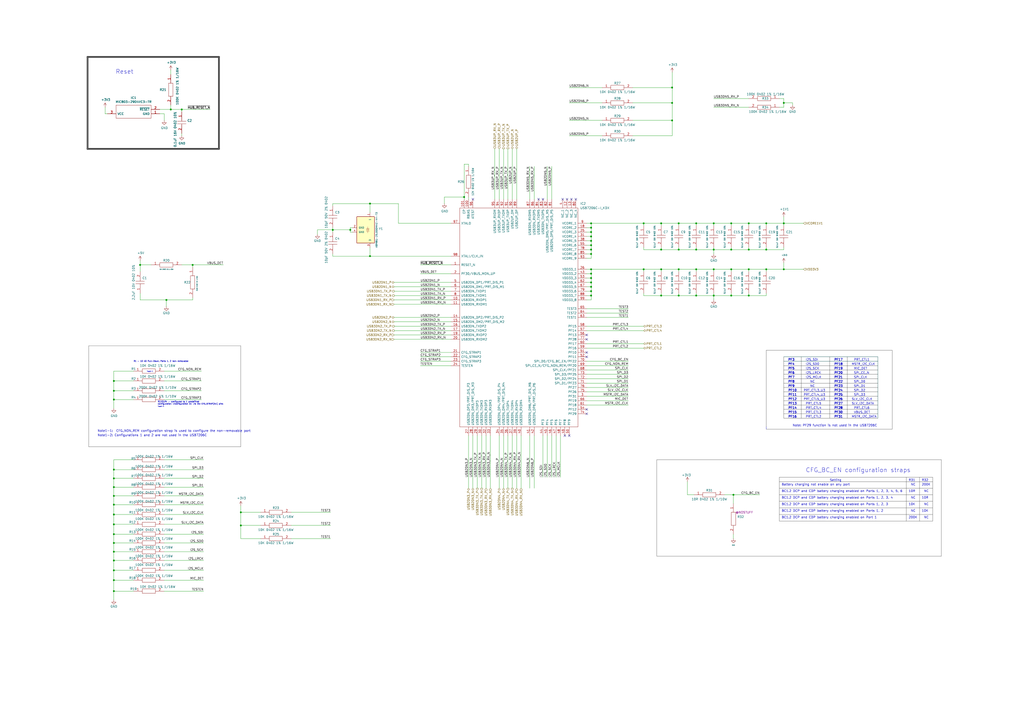
<source format=kicad_sch>
(kicad_sch (version 20230121) (generator eeschema)
  (paper "A2")
  (title_block (title "USB HUB") (date "2021-11-08") (rev "0.1"))
  (junction (at 454.66 129.54))
  (junction (at 342.9 132.08))
  (junction (at 454.66 59.69))
  (junction (at 383.54 129.54))
  (junction (at 342.9 171.45))
  (junction (at 66.04 336.55))
  (junction (at 66.04 320.04))
  (junction (at 342.9 147.32))
  (junction (at 105.41 63.5))
  (junction (at 342.9 161.29))
  (junction (at 66.04 304.165))
  (junction (at 66.04 287.655))
  (junction (at 403.86 144.78))
  (junction (at 403.86 129.54))
  (junction (at 342.9 156.21))
  (junction (at 393.7 129.54))
  (junction (at 454.66 156.21))
  (junction (at 434.34 171.45))
  (junction (at 96.52 173.99))
  (junction (at 66.04 298.45))
  (junction (at 193.04 133.35))
  (junction (at 414.02 129.54))
  (junction (at 444.5 129.54))
  (junction (at 66.04 314.96))
  (junction (at 389.89 50.8))
  (junction (at 373.38 129.54))
  (junction (at 389.89 69.85))
  (junction (at 389.89 59.69))
  (junction (at 99.06 63.5))
  (junction (at 342.9 142.24))
  (junction (at 383.54 156.21))
  (junction (at 424.18 156.21))
  (junction (at 424.18 144.78))
  (junction (at 214.63 118.11))
  (junction (at 66.04 282.575))
  (junction (at 214.63 148.59))
  (junction (at 393.7 156.21))
  (junction (at 424.18 129.54))
  (junction (at 342.9 158.75))
  (junction (at 393.7 144.78))
  (junction (at 111.76 153.67))
  (junction (at 414.02 156.21))
  (junction (at 81.28 153.67))
  (junction (at 66.04 277.495))
  (junction (at 434.34 129.54))
  (junction (at 66.04 330.835))
  (junction (at 342.9 166.37))
  (junction (at 66.04 325.12))
  (junction (at 342.9 163.83))
  (junction (at 444.5 144.78))
  (junction (at 342.9 168.91))
  (junction (at 342.9 137.16))
  (junction (at 414.02 171.45))
  (junction (at 373.38 156.21))
  (junction (at 66.04 220.98))
  (junction (at 424.18 171.45))
  (junction (at 403.86 171.45))
  (junction (at 66.04 342.9))
  (junction (at 393.7 171.45))
  (junction (at 66.04 272.415))
  (junction (at 434.34 144.78))
  (junction (at 425.45 287.02))
  (junction (at 342.9 144.78))
  (junction (at 66.04 231.775))
  (junction (at 66.04 309.88))
  (junction (at 342.9 129.54))
  (junction (at 66.04 292.735))
  (junction (at 342.9 134.62))
  (junction (at 444.5 156.21))
  (junction (at 139.7 297.18))
  (junction (at 139.7 304.8))
  (junction (at 383.54 144.78))
  (junction (at 203.2 133.35))
  (junction (at 403.86 156.21))
  (junction (at 383.54 171.45))
  (junction (at 434.34 156.21))
  (junction (at 342.9 139.7))
  (junction (at 414.02 144.78))
  (junction (at 66.04 226.695))
  (junction (at 269.24 114.3))
  (no_connect (at 334.01 115.57))
  (no_connect (at 314.96 115.57))
  (no_connect (at 327.66 252.73))
  (no_connect (at 330.2 252.73))
  (no_connect (at 340.36 237.49))
  (no_connect (at 340.36 204.47))
  (no_connect (at 340.36 207.01))
  (no_connect (at 326.39 115.57))
  (no_connect (at 340.36 194.31))
  (no_connect (at 340.36 196.85))
  (no_connect (at 331.47 115.57))
  (no_connect (at 340.36 240.03))
  (no_connect (at 274.32 115.57))
  (no_connect (at 328.93 115.57))
  (no_connect (at 312.42 115.57))
  (wire (pts (xy 261.62 171.45) (xy 228.6 171.45)))
  (wire (pts (xy 424.18 129.54) (xy 434.34 129.54)))
  (wire (pts (xy 66.04 287.655) (xy 77.47 287.655)))
  (wire (pts (xy 95.25 66.04) (xy 95.25 69.85)))
  (wire (pts (xy 95.25 266.7) (xy 118.11 266.7)))
  (wire (pts (xy 261.62 129.54) (xy 231.14 129.54)))
  (wire (pts (xy 389.89 59.69) (xy 389.89 50.8)))
  (wire (pts (xy 340.36 227.33) (xy 364.49 227.33)))
  (wire (pts (xy 459.74 60.96) (xy 459.74 59.69)))
  (wire (pts (xy 66.04 215.265) (xy 66.04 220.98)))
  (wire (pts (xy 60.96 62.23) (xy 60.96 66.04)))
  (wire (pts (xy 340.36 166.37) (xy 342.9 166.37)))
  (wire (pts (xy 77.47 272.415) (xy 66.04 272.415)))
  (wire (pts (xy 383.54 171.45) (xy 383.54 170.18)))
  (wire (pts (xy 66.04 220.98) (xy 77.47 220.98)))
  (wire (pts (xy 320.04 115.57) (xy 320.04 96.52)))
  (wire (pts (xy 77.47 342.9) (xy 66.04 342.9)))
  (wire (pts (xy 168.91 304.8) (xy 191.77 304.8)))
  (wire (pts (xy 139.7 297.18) (xy 139.7 304.8)))
  (wire (pts (xy 389.89 69.85) (xy 389.89 59.69)))
  (polyline (pts (xy 454.66 219.71) (xy 509.27 219.71)) (stroke (width 0) (type solid) (color 72 72 72 1)))
  (wire (pts (xy 340.36 158.75) (xy 342.9 158.75)))
  (polyline (pts (xy 491.49 207.01) (xy 491.49 242.57)) (stroke (width 0) (type solid) (color 72 72 72 1)))
  (polyline (pts (xy 452.12 298.45) (xy 541.02 298.45)) (stroke (width 0) (type solid) (color 72 72 72 1)))
  (polyline (pts (xy 533.4 276.86) (xy 533.4 302.26)) (stroke (width 0) (type solid) (color 72 72 72 1)))
  (wire (pts (xy 373.38 171.45) (xy 383.54 171.45)))
  (wire (pts (xy 261.62 166.37) (xy 228.6 166.37)))
  (wire (pts (xy 261.62 153.67) (xy 243.84 153.67)))
  (wire (pts (xy 204.47 134.62) (xy 203.2 134.62)))
  (wire (pts (xy 243.84 204.47) (xy 261.62 204.47)))
  (wire (pts (xy 340.36 163.83) (xy 342.9 163.83)))
  (polyline (pts (xy 454.66 224.79) (xy 509.27 224.79)) (stroke (width 0) (type solid) (color 72 72 72 1)))
  (wire (pts (xy 342.9 158.75) (xy 342.9 161.29)))
  (wire (pts (xy 340.36 224.79) (xy 364.49 224.79)))
  (wire (pts (xy 389.89 50.8) (xy 367.03 50.8)))
  (wire (pts (xy 424.18 156.21) (xy 434.34 156.21)))
  (wire (pts (xy 330.2 59.69) (xy 349.25 59.69)))
  (polyline (pts (xy 381 266.7) (xy 381 322.58)) (stroke (width 0) (color 72 72 72 1)))
  (wire (pts (xy 269.24 114.3) (xy 269.24 115.57)))
  (wire (pts (xy 340.36 168.91) (xy 342.9 168.91)))
  (wire (pts (xy 271.78 115.57) (xy 271.78 114.3)))
  (wire (pts (xy 383.54 129.54) (xy 383.54 130.81)))
  (wire (pts (xy 66.04 215.265) (xy 77.47 215.265)))
  (wire (pts (xy 139.7 297.18) (xy 151.13 297.18)))
  (wire (pts (xy 297.18 252.73) (xy 297.18 283.21)))
  (wire (pts (xy 317.5 115.57) (xy 317.5 96.52)))
  (wire (pts (xy 340.36 222.25) (xy 364.49 222.25)))
  (wire (pts (xy 307.34 115.57) (xy 307.34 96.52)))
  (wire (pts (xy 389.89 78.74) (xy 389.89 69.85)))
  (wire (pts (xy 444.5 129.54) (xy 444.5 130.81)))
  (wire (pts (xy 299.72 86.36) (xy 299.72 115.57)))
  (polyline (pts (xy 454.66 209.55) (xy 509.27 209.55)) (stroke (width 0) (type solid) (color 0 72 72 1)))
  (wire (pts (xy 320.04 276.86) (xy 320.04 252.73)))
  (polyline (pts (xy 51.435 200.66) (xy 51.435 259.08)) (stroke (width 0) (color 72 72 72 1)))
  (wire (pts (xy 95.25 231.775) (xy 116.84 231.775)))
  (wire (pts (xy 77.47 266.7) (xy 66.04 266.7)))
  (wire (pts (xy 398.78 287.02) (xy 398.78 279.4)))
  (wire (pts (xy 403.86 144.78) (xy 414.02 144.78)))
  (wire (pts (xy 373.38 156.21) (xy 383.54 156.21)))
  (wire (pts (xy 77.47 325.12) (xy 66.04 325.12)))
  (wire (pts (xy 257.81 114.3) (xy 257.81 118.11)))
  (polyline (pts (xy 127 33.02) (xy 50.8 33.02)) (stroke (width 1) (color 72 72 72 1)))
  (wire (pts (xy 393.7 156.21) (xy 403.86 156.21)))
  (polyline (pts (xy 454.66 240.03) (xy 509.27 240.03)) (stroke (width 0) (type solid) (color 72 72 72 1)))
  (polyline (pts (xy 139.7 200.66) (xy 139.7 259.08)) (stroke (width 0) (color 72 72 72 1)))
  (polyline (pts (xy 541.02 276.86) (xy 452.12 276.86)) (stroke (width 0) (type solid) (color 72 72 72 1)))
  (polyline (pts (xy 444.5 247.65) (xy 444.5 203.2)) (stroke (width 0) (color 72 72 72 1)))
  (polyline (pts (xy 454.66 214.63) (xy 509.27 214.63)) (stroke (width 0) (type solid) (color 72 72 72 1)))
  (wire (pts (xy 184.15 135.89) (xy 184.15 133.35)))
  (wire (pts (xy 454.66 152.4) (xy 454.66 156.21)))
  (wire (pts (xy 340.36 184.15) (xy 364.49 184.15)))
  (wire (pts (xy 342.9 173.99) (xy 340.36 173.99)))
  (wire (pts (xy 414.02 144.78) (xy 414.02 143.51)))
  (wire (pts (xy 66.04 304.165) (xy 77.47 304.165)))
  (wire (pts (xy 204.47 132.08) (xy 203.2 132.08)))
  (polyline (pts (xy 452.12 287.02) (xy 541.02 287.02)) (stroke (width 0) (type solid) (color 72 72 72 1)))
  (wire (pts (xy 81.28 153.67) (xy 81.28 151.13)))
  (wire (pts (xy 444.5 156.21) (xy 454.66 156.21)))
  (wire (pts (xy 77.47 277.495) (xy 66.04 277.495)))
  (wire (pts (xy 393.7 156.21) (xy 393.7 157.48)))
  (wire (pts (xy 95.25 287.655) (xy 118.11 287.655)))
  (wire (pts (xy 393.7 144.78) (xy 393.7 143.51)))
  (wire (pts (xy 203.2 134.62) (xy 203.2 133.35)))
  (polyline (pts (xy 139.7 259.08) (xy 51.435 259.08)) (stroke (width 0) (color 72 72 72 1)))
  (wire (pts (xy 389.89 41.91) (xy 389.89 50.8)))
  (wire (pts (xy 393.7 129.54) (xy 403.86 129.54)))
  (wire (pts (xy 66.04 298.45) (xy 77.47 298.45)))
  (wire (pts (xy 340.36 132.08) (xy 342.9 132.08)))
  (wire (pts (xy 66.04 330.835) (xy 66.04 336.55)))
  (wire (pts (xy 452.12 57.15) (xy 454.66 57.15)))
  (wire (pts (xy 96.52 177.8) (xy 96.52 173.99)))
  (wire (pts (xy 444.5 144.78) (xy 454.66 144.78)))
  (wire (pts (xy 414.02 144.78) (xy 424.18 144.78)))
  (wire (pts (xy 403.86 144.78) (xy 403.86 143.51)))
  (wire (pts (xy 434.34 144.78) (xy 444.5 144.78)))
  (wire (pts (xy 261.62 191.77) (xy 228.6 191.77)))
  (wire (pts (xy 111.76 154.94) (xy 111.76 153.67)))
  (wire (pts (xy 383.54 129.54) (xy 393.7 129.54)))
  (wire (pts (xy 66.04 342.9) (xy 66.04 347.98)))
  (polyline (pts (xy 452.12 279.4) (xy 541.02 279.4)) (stroke (width 0) (type solid) (color 72 72 72 1)))
  (wire (pts (xy 414.02 129.54) (xy 414.02 130.81)))
  (wire (pts (xy 105.41 153.67) (xy 111.76 153.67)))
  (wire (pts (xy 274.32 252.73) (xy 274.32 283.21)))
  (wire (pts (xy 281.94 252.73) (xy 281.94 283.21)))
  (wire (pts (xy 454.66 125.73) (xy 454.66 129.54)))
  (wire (pts (xy 243.84 209.55) (xy 261.62 209.55)))
  (wire (pts (xy 342.9 144.78) (xy 342.9 142.24)))
  (polyline (pts (xy 444.5 203.2) (xy 517.525 203.2)) (stroke (width 0) (color 72 72 72 1)))
  (wire (pts (xy 184.15 133.35) (xy 193.04 133.35)))
  (wire (pts (xy 414.02 129.54) (xy 424.18 129.54)))
  (wire (pts (xy 95.25 342.9) (xy 118.11 342.9)))
  (wire (pts (xy 403.86 156.21) (xy 403.86 157.48)))
  (wire (pts (xy 383.54 144.78) (xy 383.54 143.51)))
  (wire (pts (xy 342.9 137.16) (xy 342.9 134.62)))
  (wire (pts (xy 302.26 252.73) (xy 302.26 283.21)))
  (wire (pts (xy 309.88 115.57) (xy 309.88 96.52)))
  (wire (pts (xy 434.34 144.78) (xy 434.34 143.51)))
  (wire (pts (xy 383.54 156.21) (xy 393.7 156.21)))
  (wire (pts (xy 367.03 69.85) (xy 389.89 69.85)))
  (wire (pts (xy 139.7 312.42) (xy 151.13 312.42)))
  (wire (pts (xy 340.36 217.17) (xy 364.49 217.17)))
  (wire (pts (xy 342.9 149.86) (xy 342.9 147.32)))
  (wire (pts (xy 261.62 163.83) (xy 228.6 163.83)))
  (wire (pts (xy 99.06 63.5) (xy 105.41 63.5)))
  (wire (pts (xy 66.04 336.55) (xy 66.04 342.9)))
  (wire (pts (xy 325.12 276.86) (xy 325.12 252.73)))
  (wire (pts (xy 95.25 226.695) (xy 116.84 226.695)))
  (polyline (pts (xy 452.12 276.86) (xy 452.12 302.26)) (stroke (width 0) (type solid) (color 72 72 72 1)))
  (wire (pts (xy 168.91 297.18) (xy 191.77 297.18)))
  (polyline (pts (xy 509.27 207.01) (xy 509.27 242.57)) (stroke (width 0) (type solid) (color 0 72 72 1)))
  (wire (pts (xy 454.66 59.69) (xy 454.66 62.23)))
  (wire (pts (xy 340.36 161.29) (xy 342.9 161.29)))
  (wire (pts (xy 284.48 252.73) (xy 284.48 283.21)))
  (wire (pts (xy 340.36 189.23) (xy 373.38 189.23)))
  (wire (pts (xy 95.25 277.495) (xy 118.11 277.495)))
  (wire (pts (xy 66.04 320.04) (xy 77.47 320.04)))
  (wire (pts (xy 466.09 129.54) (xy 454.66 129.54)))
  (polyline (pts (xy 454.66 222.25) (xy 509.27 222.25)) (stroke (width 0) (type solid) (color 72 72 72 1)))
  (wire (pts (xy 414.02 156.21) (xy 424.18 156.21)))
  (wire (pts (xy 444.5 156.21) (xy 444.5 157.48)))
  (wire (pts (xy 214.63 148.59) (xy 193.04 148.59)))
  (wire (pts (xy 66.04 314.96) (xy 77.47 314.96)))
  (wire (pts (xy 322.58 276.86) (xy 322.58 252.73)))
  (wire (pts (xy 424.18 144.78) (xy 424.18 143.51)))
  (polyline (pts (xy 546.1 266.7) (xy 381 266.7)) (stroke (width 0) (color 72 72 72 1)))
  (polyline (pts (xy 50.8 86.36) (xy 127 86.36)) (stroke (width 1) (color 72 72 72 1)))
  (wire (pts (xy 66.04 287.655) (xy 66.04 292.735)))
  (wire (pts (xy 95.25 298.45) (xy 118.11 298.45)))
  (wire (pts (xy 193.04 133.35) (xy 193.04 134.62)))
  (wire (pts (xy 340.36 134.62) (xy 342.9 134.62)))
  (wire (pts (xy 383.54 156.21) (xy 383.54 157.48)))
  (wire (pts (xy 393.7 171.45) (xy 403.86 171.45)))
  (wire (pts (xy 420.37 287.02) (xy 425.45 287.02)))
  (wire (pts (xy 340.36 156.21) (xy 342.9 156.21)))
  (polyline (pts (xy 444.5 247.65) (xy 444.5 248.92)))
  (wire (pts (xy 214.63 148.59) (xy 261.62 148.59)))
  (wire (pts (xy 403.86 156.21) (xy 414.02 156.21)))
  (wire (pts (xy 444.5 144.78) (xy 444.5 143.51)))
  (wire (pts (xy 60.96 66.04) (xy 62.23 66.04)))
  (wire (pts (xy 66.04 277.495) (xy 66.04 282.575)))
  (wire (pts (xy 193.04 118.11) (xy 193.04 119.38)))
  (wire (pts (xy 99.06 40.64) (xy 99.06 43.18)))
  (wire (pts (xy 193.04 133.35) (xy 193.04 132.08)))
  (wire (pts (xy 342.9 142.24) (xy 342.9 139.7)))
  (wire (pts (xy 95.25 320.04) (xy 118.11 320.04)))
  (polyline (pts (xy 454.66 207.01) (xy 509.27 207.01)) (stroke (width 0) (type solid) (color 0 72 72 1)))
  (wire (pts (xy 340.36 171.45) (xy 342.9 171.45)))
  (polyline (pts (xy 452.12 290.83) (xy 541.02 290.83)) (stroke (width 0) (type solid) (color 72 72 72 1)))
  (wire (pts (xy 95.25 336.55) (xy 118.11 336.55)))
  (polyline (pts (xy 454.66 237.49) (xy 509.27 237.49)) (stroke (width 0) (type solid) (color 72 72 72 1)))
  (wire (pts (xy 440.69 287.02) (xy 425.45 287.02)))
  (polyline (pts (xy 454.66 242.57) (xy 509.27 242.57)) (stroke (width 0) (type solid) (color 72 72 72 1)))
  (wire (pts (xy 373.38 129.54) (xy 373.38 130.81)))
  (wire (pts (xy 403.86 129.54) (xy 403.86 130.81)))
  (wire (pts (xy 393.7 129.54) (xy 393.7 130.81)))
  (wire (pts (xy 434.34 129.54) (xy 444.5 129.54)))
  (polyline (pts (xy 517.525 203.2) (xy 517.525 248.92)) (stroke (width 0) (color 72 72 72 1)))
  (wire (pts (xy 340.36 201.93) (xy 373.38 201.93)))
  (wire (pts (xy 454.66 129.54) (xy 454.66 130.81)))
  (wire (pts (xy 95.25 215.265) (xy 116.84 215.265)))
  (wire (pts (xy 99.06 60.96) (xy 99.06 63.5)))
  (wire (pts (xy 95.25 272.415) (xy 118.11 272.415)))
  (wire (pts (xy 261.62 173.99) (xy 228.6 173.99)))
  (wire (pts (xy 299.72 252.73) (xy 299.72 283.21)))
  (wire (pts (xy 168.91 312.42) (xy 191.77 312.42)))
  (wire (pts (xy 444.5 171.45) (xy 444.5 170.18)))
  (wire (pts (xy 66.04 304.165) (xy 66.04 309.88)))
  (wire (pts (xy 292.1 86.36) (xy 292.1 115.57)))
  (wire (pts (xy 95.25 330.835) (xy 118.11 330.835)))
  (wire (pts (xy 342.9 139.7) (xy 342.9 137.16)))
  (wire (pts (xy 261.62 184.15) (xy 228.6 184.15)))
  (wire (pts (xy 414.02 171.45) (xy 424.18 171.45)))
  (wire (pts (xy 66.04 292.735) (xy 66.04 298.45)))
  (wire (pts (xy 340.36 209.55) (xy 364.49 209.55)))
  (wire (pts (xy 309.88 252.73) (xy 309.88 283.21)))
  (wire (pts (xy 289.56 252.73) (xy 289.56 283.21)))
  (wire (pts (xy 66.04 226.695) (xy 66.04 231.775)))
  (wire (pts (xy 340.36 199.39) (xy 373.38 199.39)))
  (wire (pts (xy 279.4 252.73) (xy 279.4 283.21)))
  (wire (pts (xy 111.76 173.99) (xy 111.76 172.72)))
  (wire (pts (xy 92.71 66.04) (xy 95.25 66.04)))
  (wire (pts (xy 340.36 139.7) (xy 342.9 139.7)))
  (wire (pts (xy 95.25 220.98) (xy 116.84 220.98)))
  (wire (pts (xy 269.24 95.25) (xy 269.24 114.3)))
  (polyline (pts (xy 464.82 207.01) (xy 464.82 242.57)) (stroke (width 0) (type solid) (color 72 72 72 1)))
  (wire (pts (xy 77.47 282.575) (xy 66.04 282.575)))
  (polyline (pts (xy 454.66 207.01) (xy 454.66 242.57)) (stroke (width 0) (type solid) (color 72 72 72 1)))
  (wire (pts (xy 424.18 171.45) (xy 434.34 171.45)))
  (wire (pts (xy 403.86 171.45) (xy 414.02 171.45)))
  (polyline (pts (xy 51.435 200.66) (xy 139.7 200.66)) (stroke (width 0) (color 72 72 72 1)))
  (wire (pts (xy 454.66 62.23) (xy 452.12 62.23)))
  (wire (pts (xy 434.34 156.21) (xy 434.34 157.48)))
  (wire (pts (xy 66.04 282.575) (xy 66.04 287.655)))
  (wire (pts (xy 425.45 312.42) (xy 425.45 309.88)))
  (wire (pts (xy 317.5 276.86) (xy 317.5 252.73)))
  (wire (pts (xy 276.86 252.73) (xy 276.86 283.21)))
  (wire (pts (xy 424.18 144.78) (xy 434.34 144.78)))
  (wire (pts (xy 81.28 170.18) (xy 81.28 173.99)))
  (polyline (pts (xy 541.02 302.26) (xy 541.02 276.86)) (stroke (width 0) (type solid) (color 72 72 72 1)))
  (wire (pts (xy 214.63 118.11) (xy 193.04 118.11)))
  (wire (pts (xy 414.02 171.45) (xy 414.02 173.99)))
  (wire (pts (xy 373.38 144.78) (xy 383.54 144.78)))
  (wire (pts (xy 383.54 144.78) (xy 393.7 144.78)))
  (polyline (pts (xy 381 322.58) (xy 546.1 322.58)) (stroke (width 0) (color 72 72 72 1)))
  (wire (pts (xy 271.78 252.73) (xy 271.78 283.21)))
  (wire (pts (xy 243.84 207.01) (xy 261.62 207.01)))
  (wire (pts (xy 92.71 63.5) (xy 99.06 63.5)))
  (wire (pts (xy 414.02 144.78) (xy 414.02 147.32)))
  (wire (pts (xy 340.36 219.71) (xy 364.49 219.71)))
  (wire (pts (xy 454.66 144.78) (xy 454.66 143.51)))
  (wire (pts (xy 231.14 129.54) (xy 231.14 118.11)))
  (wire (pts (xy 95.25 304.165) (xy 118.11 304.165)))
  (wire (pts (xy 414.02 62.23) (xy 434.34 62.23)))
  (wire (pts (xy 314.96 276.86) (xy 314.96 252.73)))
  (wire (pts (xy 367.03 78.74) (xy 389.89 78.74)))
  (wire (pts (xy 424.18 156.21) (xy 424.18 157.48)))
  (wire (pts (xy 66.04 314.96) (xy 66.04 320.04)))
  (wire (pts (xy 139.7 304.8) (xy 151.13 304.8)))
  (wire (pts (xy 342.9 166.37) (xy 342.9 168.91)))
  (wire (pts (xy 434.34 171.45) (xy 444.5 171.45)))
  (wire (pts (xy 66.04 309.88) (xy 66.04 314.96)))
  (wire (pts (xy 330.2 78.74) (xy 349.25 78.74)))
  (wire (pts (xy 342.9 156.21) (xy 373.38 156.21)))
  (wire (pts (xy 340.36 149.86) (xy 342.9 149.86)))
  (wire (pts (xy 342.9 161.29) (xy 342.9 163.83)))
  (wire (pts (xy 243.84 212.09) (xy 261.62 212.09)))
  (wire (pts (xy 95.25 292.735) (xy 118.11 292.735)))
  (wire (pts (xy 271.78 95.25) (xy 269.24 95.25)))
  (wire (pts (xy 214.63 148.59) (xy 214.63 143.51)))
  (polyline (pts (xy 454.66 227.33) (xy 509.27 227.33)) (stroke (width 0) (type solid) (color 72 72 72 1)))
  (wire (pts (xy 66.04 309.88) (xy 77.47 309.88)))
  (wire (pts (xy 95.25 282.575) (xy 118.11 282.575)))
  (wire (pts (xy 340.36 144.78) (xy 342.9 144.78)))
  (wire (pts (xy 95.25 314.96) (xy 118.11 314.96)))
  (wire (pts (xy 434.34 129.54) (xy 434.34 130.81)))
  (wire (pts (xy 414.02 57.15) (xy 434.34 57.15)))
  (wire (pts (xy 367.03 59.69) (xy 389.89 59.69)))
  (wire (pts (xy 203.2 133.35) (xy 193.04 133.35)))
  (wire (pts (xy 66.04 292.735) (xy 77.47 292.735)))
  (wire (pts (xy 81.28 173.99) (xy 96.52 173.99)))
  (wire (pts (xy 289.56 86.36) (xy 289.56 115.57)))
  (wire (pts (xy 261.62 194.31) (xy 228.6 194.31)))
  (wire (pts (xy 77.47 330.835) (xy 66.04 330.835)))
  (wire (pts (xy 95.25 309.88) (xy 118.11 309.88)))
  (wire (pts (xy 403.86 171.45) (xy 403.86 170.18)))
  (wire (pts (xy 261.62 186.69) (xy 228.6 186.69)))
  (wire (pts (xy 77.47 336.55) (xy 66.04 336.55)))
  (wire (pts (xy 269.24 114.3) (xy 257.81 114.3)))
  (wire (pts (xy 66.04 226.695) (xy 77.47 226.695)))
  (polyline (pts (xy 454.66 217.17) (xy 509.27 217.17)) (stroke (width 0) (type solid) (color 72 72 72 1)))
  (wire (pts (xy 340.36 181.61) (xy 364.49 181.61)))
  (polyline (pts (xy 452.12 283.21) (xy 541.02 283.21)) (stroke (width 0) (type solid) (color 72 72 72 1)))
  (wire (pts (xy 342.9 132.08) (xy 342.9 129.54)))
  (wire (pts (xy 342.9 129.54) (xy 373.38 129.54)))
  (wire (pts (xy 454.66 57.15) (xy 454.66 59.69)))
  (polyline (pts (xy 546.1 322.58) (xy 546.1 266.7)) (stroke (width 0) (color 72 72 72 1)))
  (wire (pts (xy 364.49 214.63) (xy 340.36 214.63)))
  (wire (pts (xy 66.04 231.775) (xy 66.04 236.855)))
  (wire (pts (xy 261.62 196.85) (xy 228.6 196.85)))
  (wire (pts (xy 203.2 132.08) (xy 203.2 133.35)))
  (wire (pts (xy 340.36 232.41) (xy 364.49 232.41)))
  (wire (pts (xy 340.36 179.07) (xy 364.49 179.07)))
  (wire (pts (xy 297.18 86.36) (xy 297.18 115.57)))
  (wire (pts (xy 340.36 142.24) (xy 342.9 142.24)))
  (wire (pts (xy 66.04 272.415) (xy 66.04 277.495)))
  (wire (pts (xy 81.28 157.48) (xy 81.28 153.67)))
  (wire (pts (xy 66.04 266.7) (xy 66.04 272.415)))
  (polyline (pts (xy 481.33 207.01) (xy 481.33 242.57)) (stroke (width 0) (type solid) (color 72 72 72 1)))
  (wire (pts (xy 340.36 137.16) (xy 342.9 137.16)))
  (wire (pts (xy 287.02 86.36) (xy 287.02 115.57)))
  (wire (pts (xy 87.63 153.67) (xy 81.28 153.67)))
  (wire (pts (xy 66.04 220.98) (xy 66.04 226.695)))
  (wire (pts (xy 340.36 129.54) (xy 342.9 129.54)))
  (wire (pts (xy 271.78 96.52) (xy 271.78 95.25)))
  (wire (pts (xy 261.62 176.53) (xy 228.6 176.53)))
  (wire (pts (xy 342.9 163.83) (xy 342.9 166.37)))
  (polyline (pts (xy 454.66 232.41) (xy 509.27 232.41)) (stroke (width 0) (type solid) (color 72 72 72 1)))
  (wire (pts (xy 261.62 189.23) (xy 228.6 189.23)))
  (wire (pts (xy 414.02 156.21) (xy 414.02 157.48)))
  (wire (pts (xy 292.1 252.73) (xy 292.1 283.21)))
  (wire (pts (xy 330.2 69.85) (xy 349.25 69.85)))
  (polyline (pts (xy 454.66 212.09) (xy 509.27 212.09)) (stroke (width 0) (type solid) (color 72 72 72 1)))
  (wire (pts (xy 434.34 156.21) (xy 444.5 156.21)))
  (wire (pts (xy 393.7 144.78) (xy 403.86 144.78)))
  (polyline (pts (xy 127 86.36) (xy 127 33.02)) (stroke (width 1) (color 72 72 72 1)))
  (wire (pts (xy 373.38 156.21) (xy 373.38 157.48)))
  (wire (pts (xy 425.45 287.02) (xy 425.45 292.1)))
  (polyline (pts (xy 525.78 276.86) (xy 525.78 302.26)) (stroke (width 0) (type solid) (color 72 72 72 1)))
  (wire (pts (xy 193.04 148.59) (xy 193.04 147.32)))
  (wire (pts (xy 414.02 171.45) (xy 414.02 170.18)))
  (wire (pts (xy 340.36 234.95) (xy 364.49 234.95)))
  (wire (pts (xy 105.41 64.77) (xy 105.41 63.5)))
  (wire (pts (xy 294.64 86.36) (xy 294.64 115.57)))
  (wire (pts (xy 330.2 50.8) (xy 349.25 50.8)))
  (wire (pts (xy 373.38 191.77) (xy 340.36 191.77)))
  (polyline (pts (xy 452.12 294.64) (xy 541.02 294.64)) (stroke (width 0) (type solid) (color 72 72 72 1)))
  (wire (pts (xy 424.18 171.45) (xy 424.18 170.18)))
  (wire (pts (xy 66.04 320.04) (xy 66.04 325.12)))
  (wire (pts (xy 342.9 168.91) (xy 342.9 171.45)))
  (wire (pts (xy 373.38 129.54) (xy 383.54 129.54)))
  (wire (pts (xy 307.34 252.73) (xy 307.34 283.21)))
  (wire (pts (xy 66.04 298.45) (xy 66.04 304.165)))
  (wire (pts (xy 261.62 168.91) (xy 228.6 168.91)))
  (wire (pts (xy 66.04 231.775) (xy 77.47 231.775)))
  (wire (pts (xy 105.41 63.5) (xy 121.92 63.5)))
  (wire (pts (xy 105.41 77.47) (xy 105.41 78.74)))
  (wire (pts (xy 342.9 147.32) (xy 342.9 144.78)))
  (wire (pts (xy 340.36 147.32) (xy 342.9 147.32)))
  (polyline (pts (xy 454.66 229.87) (xy 509.27 229.87)) (stroke (width 0) (type solid) (color 72 72 72 1)))
  (wire (pts (xy 398.78 287.02) (xy 402.59 287.02)))
  (wire (pts (xy 373.38 143.51) (xy 373.38 144.78)))
  (wire (pts (xy 342.9 134.62) (xy 342.9 132.08)))
  (polyline (pts (xy 50.8 33.02) (xy 50.8 86.36)) (stroke (width 1) (color 72 72 72 1)))
  (wire (pts (xy 96.52 173.99) (xy 111.76 173.99)))
  (wire (pts (xy 294.64 252.73) (xy 294.64 283.21)))
  (wire (pts (xy 243.84 158.75) (xy 261.62 158.75)))
  (wire (pts (xy 66.04 325.12) (xy 66.04 330.835)))
  (wire (pts (xy 403.86 129.54) (xy 414.02 129.54)))
  (wire (pts (xy 459.74 59.69) (xy 454.66 59.69)))
  (wire (pts (xy 373.38 170.18) (xy 373.38 171.45)))
  (wire (pts (xy 214.63 123.19) (xy 214.63 118.11)))
  (wire (pts (xy 139.7 293.37) (xy 139.7 297.18)))
  (wire (pts (xy 342.9 171.45) (xy 342.9 173.99)))
  (wire (pts (xy 95.25 325.12) (xy 118.11 325.12)))
  (wire (pts (xy 393.7 171.45) (xy 393.7 170.18)))
  (wire (pts (xy 214.63 118.11) (xy 231.14 118.11)))
  (wire (pts (xy 129.54 153.67) (xy 111.76 153.67)))
  (polyline (pts (xy 454.66 234.95) (xy 509.27 234.95)) (stroke (width 0) (type solid) (color 72 72 72 1)))
  (wire (pts (xy 340.36 229.87) (xy 364.49 229.87)))
  (wire (pts (xy 434.34 171.45) (xy 434.34 170.18)))
  (wire (pts (xy 342.9 156.21) (xy 342.9 158.75)))
  (wire (pts (xy 424.18 129.54) (xy 424.18 130.81)))
  (wire (pts (xy 139.7 304.8) (xy 139.7 312.42)))
  (wire (pts (xy 340.36 212.09) (xy 364.49 212.09)))
  (polyline (pts (xy 452.12 302.26) (xy 541.02 302.26)) (stroke (width 0) (type solid) (color 72 72 72 1)))
  (wire (pts (xy 383.54 171.45) (xy 393.7 171.45)))
  (polyline (pts (xy 517.525 248.92) (xy 444.5 248.92)) (stroke (width 0) (color 72 72 72 1)))
  (wire (pts (xy 444.5 129.54) (xy 454.66 129.54)))
  (wire (pts (xy 466.09 156.21) (xy 454.66 156.21)))
  (text "Reset" (at 77.47 43.18 0) (effects (font (size 2.4892 2.4892)) (justify right bottom)))
  (text "10K" (at 527.05 293.37 0) (effects (font (size 1.27 1.27)) (justify left bottom)))
  (text "MSTR_I2C_CLK" (at 494.03 212.09 0) (effects (font (size 1.27 1.27)) (justify left bottom)))
  (text "PF17" (at 488.95 209.55 0) (effects (font (size 1.27 1.27) (thickness 0.254) bold) (justify right bottom)))
  (text "PF4" (at 461.01 212.09 0) (effects (font (size 1.27 1.27) (thickness 0.254) bold) (justify right bottom)))
  (text "NC" (at 469.9 224.79 0) (effects (font (size 1.27 1.27)) (justify left bottom)))
  (text "PF8" (at 461.01 222.25 0) (effects (font (size 1.27 1.27) (thickness 0.254) bold) (justify right bottom)))
  (text "PRT_CTL3" (at 467.36 240.03 0) (effects (font (size 1.27 1.27)) (justify left bottom)))
  (text "PF5" (at 461.01 214.63 0) (effects (font (size 1.27 1.27) (thickness 0.254) bold) (justify right bottom)))
  (text "PF22" (at 488.95 222.25 0) (effects (font (size 1.27 1.27) (thickness 0.254) bold) (justify right bottom)))
  (text "Setting" (at 481.33 279.4 0) (effects (font (size 1.27 1.27)) (justify left bottom)))
  (text "NC" (at 528.32 289.56 0) (effects (font (size 1.27 1.27)) (justify left bottom)))
  (text "PF10" (at 462.28 227.33 0) (effects (font (size 1.27 1.27) (thickness 0.254) bold) (justify right bottom)))
  (text "PRT_CTL3_U3" (at 466.09 227.33 0) (effects (font (size 1.27 1.27)) (justify left bottom)))
  (text "PF3" (at 461.01 209.55 0) (effects (font (size 1.27 1.27) (thickness 0.254) bold) (justify right bottom)))
  (text "PF11" (at 462.28 229.87 0) (effects (font (size 1.27 1.27) (thickness 0.254) bold) (justify right bottom)))
  (text "200K" (at 527.05 300.99 0) (effects (font (size 1.27 1.27)) (justify left bottom)))
  (text "NC" (at 528.32 297.18 0) (effects (font (size 1.27 1.27)) (justify left bottom)))
  (text "PF13" (at 462.28 234.95 0) (effects (font (size 1.27 1.27) (thickness 0.254) bold) (justify right bottom)))
  (text "PF27" (at 488.95 234.95 0) (effects (font (size 1.27 1.27) (thickness 0.254) bold) (justify right bottom)))
  (text "PF28" (at 488.95 237.49 0) (effects (font (size 1.27 1.27) (thickness 0.254) bold) (justify right bottom)))
  (text "MIC_DET" (at 495.3 214.63 0) (effects (font (size 1.27 1.27)) (justify left bottom)))
  (text "PF30" (at 488.95 240.03 0) (effects (font (size 1.27 1.27) (thickness 0.254) bold) (justify right bottom)))
  (text "PF23" (at 488.95 224.79 0) (effects (font (size 1.27 1.27) (thickness 0.254) bold) (justify right bottom)))
  (text "PF15" (at 462.28 240.03 0) (effects (font (size 1.27 1.27) (thickness 0.254) bold) (justify right bottom)))
  (text "PRT_CTL6" (at 495.3 237.49 0) (effects (font (size 1.27 1.27)) (justify left bottom)))
  (text "PF24" (at 488.95 227.33 0) (effects (font (size 1.27 1.27) (thickness 0.254) bold) (justify right bottom)))
  (text "BC1.2 DCP and CDP battery charging enabled on Port 1" (at 453.39 300.99 0) (effects (font (size 1.27 1.27)) (justify left bottom)))
  (text "PF19" (at 488.95 214.63 0) (effects (font (size 1.27 1.27) (thickness 0.254) bold) (justify right bottom)))
  (text "PF26" (at 488.95 232.41 0) (effects (font (size 1.27 1.27) (thickness 0.254) bold) (justify right bottom)))
  (text "SPI_CE_N" (at 495.3 217.17 0) (effects (font (size 1.27 1.27)) (justify left bottom)))
  (text "BC1.2 DCP and CDP battery charging enabled on Ports 1, 2, 3" (at 453.39 293.37 0) (effects (font (size 1.27 1.27)) (justify left bottom)))
  (text "PF20" (at 488.95 217.17 0) (effects (font (size 1.27 1.27) (thickness 0.254) bold) (justify right bottom)))
  (text "BC1.2 DCP and CDP battery charging enabled on Ports 1, 2, 3, 4" (at 453.39 289.56 0) (effects (font (size 1.27 1.27)) (justify left bottom)))
  (text "R31" (at 527.05 279.4 0) (effects (font (size 1.27 1.27)) (justify left bottom)))
  (text "PF12" (at 462.28 232.41 0) (effects (font (size 1.27 1.27) (thickness 0.254) bold) (justify right bottom)))
  (text "Note1-2: Configurations 1 and 2 are not used in the USB7206C" (at 56.515 253.365 0) (effects (font (size 1.27 1.27)) (justify left bottom)))
  (text "PRT_CTL5_U3" (at 466.09 232.41 0) (effects (font (size 1.27 1.27)) (justify left bottom)))
  (text "*note1-1" (at 85.09 215.9 0) (effects (font (size 0.5 0.5)) (justify left bottom)))
  (text "NC" (at 535.94 285.75 0) (effects (font (size 1.27 1.27)) (justify left bottom)))
  (text "I2S_LRCK" (at 467.36 217.17 0) (effects (font (size 1.27 1.27)) (justify left bottom)))
  (text "SLV_I2C_CLK" (at 494.03 232.41 0) (effects (font (size 1.27 1.27)) (justify left bottom)))
  (text "SPI_CLK" (at 495.3 219.71 0) (effects (font (size 1.27 1.27)) (justify left bottom)))
  (text "Note: PF29 function is not used in the USB7206C" (at 459.74 247.65 0) (effects (font (size 1.27 1.27)) (justify left bottom)))
  (text "SPI_D0" (at 495.3 222.25 0) (effects (font (size 1.27 1.27)) (justify left bottom)))
  (text "BC1.2 DCP and CDP battery charging enabled on Ports 1, 2 " (at 453.39 297.18 0) (effects (font (size 1.27 1.27)) (justify left bottom)))
  (text "I2S_SDI" (at 467.36 209.55 0) (effects (font (size 1.27 1.27)) (justify left bottom)))
  (text "SPI_D3" (at 495.3 229.87 0) (effects (font (size 1.27 1.27)) (justify left bottom)))
  (text "NC" (at 469.9 222.25 0) (effects (font (size 1.27 1.27)) (justify left bottom)))
  (text "PF7" (at 461.01 219.71 0) (effects (font (size 1.27 1.27) (thickness 0.254) bold) (justify right bottom)))
  (text "I2S_SDO" (at 467.36 212.09 0) (effects (font (size 1.27 1.27)) (justify left bottom)))
  (text "NC" (at 528.32 281.94 0) (effects (font (size 1.27 1.27)) (justify left bottom)))
  (text "BC1.2 DCP and CDP battery charging enabled on Ports 1, 2, 3, 4, 5, 6" (at 453.39 285.75 0) (effects (font (size 1.27 1.27)) (justify left bottom)))
  (text "SPI_D2" (at 495.3 227.33 0) (effects (font (size 1.27 1.27)) (justify left bottom)))
  (text "PF18" (at 488.95 212.09 0) (effects (font (size 1.27 1.27) (thickness 0.254) bold) (justify right bottom)))
  (text "10R" (at 527.05 285.75 0) (effects (font (size 1.27 1.27)) (justify left bottom)))
  (text "PRT_CTL5" (at 467.36 234.95 0) (effects (font (size 1.27 1.27)) (justify left bottom)))
  (text "Note1-1:  CFG_NON_REM configuration strap is used to configure the non-removable port" (at 56.515 250.825 0) (effects (font (size 1.27 1.27)) (justify left bottom)))
  (text "NC" (at 535.94 293.37 0) (effects (font (size 1.27 1.27)) (justify left bottom)))
  (text "I2S_SCK" (at 467.36 214.63 0) (effects (font (size 1.27 1.27)) (justify left bottom)))
  (text "SPI_D1" (at 495.3 224.79 0) (effects (font (size 1.27 1.27)) (justify left bottom)))
  (text "PF9" (at 461.01 224.79 0) (effects (font (size 1.27 1.27) (thickness 0.254) bold) (justify right bottom)))
  (text "10R" (at 534.67 289.56 0) (effects (font (size 1.27 1.27)) (justify left bottom)))
  (text "R1 - 10 kΩ Pull-Down. Ports 1, 2 non-removable" (at 77.47 210.185 0) (effects (font (size 0.8 0.8)) (justify left bottom)))
  (text "PF31" (at 488.95 242.57 0) (effects (font (size 1.27 1.27) (thickness 0.254) bold) (justify right bottom)))
  (text "VBUS_DET" (at 495.3 240.03 0) (effects (font (size 1.27 1.27)) (justify left bottom)))
  (text "R2,R3,R4 - configured to 1 predefined\nconfiguration <Configuration 3> via the CFG_STRAP[2:1] pins" (at 91.44 234.95 0) (effects (font (size 0.8 0.8)) (justify left bottom)))
  (text "I2S_MCLK" (at 467.36 219.71 0) (effects (font (size 1.27 1.27)) (justify left bottom)))
  (text "PRT_CTL4" (at 467.36 237.49 0) (effects (font (size 1.27 1.27)) (justify left bottom)))
  (text "*note1-2" (at 91.44 236.22 0) (effects (font (size 0.5 0.5)) (justify left bottom)))
  (text "10K" (at 534.67 297.18 0) (effects (font (size 1.27 1.27)) (justify left bottom)))
  (text "PF25" (at 488.95 229.87 0) (effects (font (size 1.27 1.27) (thickness 0.254) bold) (justify right bottom)))
  (text "PRT_CTL2" (at 467.36 242.57 0) (effects (font (size 1.27 1.27)) (justify left bottom)))
  (text "R32\n" (at 534.67 279.4 0) (effects (font (size 1.27 1.27)) (justify left bottom)))
  (text "PF6" (at 461.01 217.17 0) (effects (font (size 1.27 1.27) (thickness 0.254) bold) (justify right bottom)))
  (text "SLV_I2C_DATA" (at 494.03 234.95 0) (effects (font (size 1.27 1.27)) (justify left bottom)))
  (text "PF14" (at 462.28 237.49 0) (effects (font (size 1.27 1.27) (thickness 0.254) bold) (justify right bottom)))
  (text "CFG_BC_EN configuration straps" (at 467.36 274.32 0) (effects (font (size 2.4892 2.4892)) (justify left bottom)))
  (text "PRT_CTL4_U3" (at 466.09 229.87 0) (effects (font (size 1.27 1.27)) (justify left bottom)))
  (text "MSTR_I2C_DATA" (at 494.03 242.57 0) (effects (font (size 1.27 1.27)) (justify left bottom)))
  (text "PF16" (at 462.28 242.57 0) (effects (font (size 1.27 1.27) (thickness 0.254) bold) (justify right bottom)))
  (text "PRT_CTL1" (at 495.3 209.55 0) (effects (font (size 1.27 1.27)) (justify left bottom)))
  (text "NC" (at 535.94 300.99 0) (effects (font (size 1.27 1.27)) (justify left bottom)))
  (text "PF21" (at 488.95 219.71 0) (effects (font (size 1.27 1.27) (thickness 0.254) bold) (justify right bottom)))
  (text "200K" (at 534.67 281.94 0) (effects (font (size 1.27 1.27)) (justify left bottom)))
  (text "Battery charging not enable on any port " (at 453.39 281.94 0) (effects (font (size 1.27 1.27)) (justify left bottom)))
  (label "USB2DN5_P" (at 320.04 96.52 270))
  (label "I2S_SDI" (at 314.96 276.86 90))
  (label "I2S_LRCK" (at 118.11 325.12 180))
  (label "SPI_D2" (at 118.11 277.495 180))
  (label "HUB_RESET_N" (at 243.84 153.67 0))
  (label "USB2DN5_N" (at 330.2 69.85 0))
  (label "PRT_CTL4" (at 364.49 191.77 180))
  (label "~{HUB_RESET_N}" (at 243.84 153.67 0))
  (label "I2S_SDO" (at 118.11 314.96 180))
  (label "USB2DN6_N" (at 330.2 50.8 0))
  (label "USB3UP_TX_N" (at 292.1 96.52 270))
  (label "USB3UP_RX_P" (at 289.56 96.52 270))
  (label "SPI_CLK" (at 364.49 214.63 180))
  (label "USB3DN1_TX_P" (at 243.84 168.91 0))
  (label "USB2DN1_P" (at 243.84 163.83 0))
  (label "TEST2" (at 364.49 181.61 180))
  (label "USB3DN4_TX_N" (at 297.18 276.86 90))
  (label "VBUS_DET" (at 243.84 158.75 0))
  (label "CFG_STRAP1" (at 243.84 204.47 0))
  (label "~{HUB_RESET_N}" (at 121.92 63.5 180))
  (label "TESTEN" (at 118.11 342.9 180))
  (label "I2S_SCK" (at 320.04 276.86 90))
  (label "I2S_SDI" (at 118.11 309.88 180))
  (label "PRT_CTL3" (at 364.49 189.23 180))
  (label "SLV_I2C_CLK" (at 364.49 227.33 180))
  (label "TEST3" (at 191.77 297.18 180))
  (label "CFG_STRAP3" (at 243.84 209.55 0))
  (label "MIC_DET" (at 364.49 232.41 180))
  (label "CFG_BC_EN" (at 440.69 287.02 180))
  (label "USB2DN6_P" (at 330.2 59.69 0))
  (label "SLV_I2C_DATA" (at 364.49 224.79 180))
  (label "CFG_NON_REM" (at 364.49 212.09 180))
  (label "PRT_CTL2" (at 364.49 201.93 180))
  (label "CFG_STRAP3" (at 116.84 231.775 180))
  (label "TESTEN" (at 243.84 212.09 0))
  (label "USB3DN3_RX_P" (at 281.94 276.86 90))
  (label "I2S_SCK" (at 118.11 320.04 180))
  (label "USB3DN1_RX_P" (at 243.84 173.99 0))
  (label "USB3DN4_TX_P" (at 294.64 276.86 90))
  (label "CFG_STRAP2" (at 116.84 226.695 180))
  (label "USB2DN3_P" (at 271.78 276.86 90))
  (label "I2S_LRCK" (at 322.58 276.86 90))
  (label "USB2DN6_P" (at 309.88 276.86 90))
  (label "USB3DN5_RX_P" (at 414.02 57.15 0))
  (label "USB3DN1_RX_N" (at 243.84 176.53 0))
  (label "USB3UP_RX_N" (at 287.02 96.52 270))
  (label "USB2UP_P" (at 299.72 96.52 270))
  (label "VBUS_DET" (at 129.54 153.67 180))
  (label "USB2UP_N" (at 297.18 96.52 270))
  (label "CFG_STRAP2" (at 243.84 207.01 0))
  (label "USB3DN1_TX_N" (at 243.84 171.45 0))
  (label "CFG_NON_REM" (at 116.84 215.265 180))
  (label "USB3DN3_RX_N" (at 284.48 276.86 90))
  (label "I2S_SDO" (at 317.5 276.86 90))
  (label "USB3DN2_RX_N" (at 243.84 196.85 0))
  (label "MSTR_I2C_CLK" (at 364.49 234.95 180))
  (label "TEST3" (at 364.49 179.07 180))
  (label "SLV_I2C_DATA" (at 118.11 304.165 180))
  (label "USB2DN4_N" (at 292.1 276.86 90))
  (label "MSTR_I2C_CLK" (at 118.11 292.735 180))
  (label "USB3DN4_RX_P" (at 299.72 276.86 90))
  (label "USB2DN2_P" (at 243.84 184.15 0))
  (label "CFG_STRAP1" (at 116.84 220.98 180))
  (label "PRT_CTL1" (at 364.49 199.39 180))
  (label "SPI_CLK" (at 118.11 266.7 180))
  (label "MSTR_I2C_DATA" (at 364.49 229.87 180))
  (label "USB3DN5_RX_N" (at 414.02 62.23 0))
  (label "USB2DN2_N" (at 243.84 186.69 0))
  (label "SPI_D1" (at 364.49 222.25 180))
  (label "USB2DN3_N" (at 274.32 276.86 90))
  (label "USB2DN4_P" (at 289.56 276.86 90))
  (label "CFG_BC_EN" (at 364.49 209.55 180))
  (label "USB2DN6_N" (at 307.34 276.86 90))
  (label "USB3DN2_RX_P" (at 243.84 194.31 0))
  (label "USB2DN5_P" (at 330.2 78.74 0))
  (label "SPI_D3" (at 118.11 272.415 180))
  (label "I2S_MCLK" (at 325.12 276.86 90))
  (label "MSTR_I2C_DATA" (at 118.11 287.655 180))
  (label "USB3DN2_TX_N" (at 243.84 191.77 0))
  (label "USB3UP_TX_P" (at 294.64 96.52 270))
  (label "I2S_MCLK" (at 118.11 330.835 180))
  (label "TEST2" (at 191.77 304.8 180))
  (label "HUB_RESET_N" (at 121.92 63.5 180))
  (label "SLV_I2C_CLK" (at 118.11 298.45 180))
  (label "MIC_DET" (at 118.11 336.55 180))
  (label "USB3DN3_TX_P" (at 276.86 276.86 90))
  (label "USB2DN5_N" (at 317.5 96.52 270))
  (label "USB3DN5_RX_P" (at 309.88 96.52 270))
  (label "SPI_D1" (at 118.11 282.575 180))
  (label "TEST1" (at 191.77 312.42 180))
  (label "SPI_D3" (at 364.49 217.17 180))
  (label "USB3DN2_TX_P" (at 243.84 189.23 0))
  (label "USB3DN3_TX_N" (at 279.4 276.86 90))
  (label "USB2DN1_N" (at 243.84 166.37 0))
  (label "USB3DN4_RX_N" (at 302.26 276.86 90))
  (label "USB3DN5_RX_N" (at 307.34 96.52 270))
  (label "SPI_D2" (at 364.49 219.71 180))
  (label "TEST1" (at 364.49 184.15 180))
  (hierarchical_label "USB3DN4_RX_P" (shape input) (at 299.72 283.21 270))
  (hierarchical_label "VCORE1V1" (shape input) (at 466.09 129.54 0))
  (hierarchical_label "USB3UP_TX_P" (shape output) (at 294.64 86.36 90))
  (hierarchical_label "USB3UP_TX_N" (shape output) (at 292.1 86.36 90))
  (hierarchical_label "USB3DN3_TX_P" (shape output) (at 276.86 283.21 270))
  (hierarchical_label "VDD3V3" (shape input) (at 466.09 156.21 0))
  (hierarchical_label "USB3DN2_RX_P" (shape input) (at 228.6 194.31 180))
  (hierarchical_label "USB2UP_N" (shape bidirectional) (at 297.18 86.36 90))
  (hierarchical_label "USB2DN4_P" (shape bidirectional) (at 289.56 283.21 270))
  (hierarchical_label "USB3UP_RX_N" (shape input) (at 287.02 86.36 90))
  (hierarchical_label "USB2DN1_N" (shape bidirectional) (at 228.6 166.37 180))
  (hierarchical_label "PRT_CTL2" (shape bidirectional) (at 373.38 201.93 0))
  (hierarchical_label "USB2DN3_P" (shape bidirectional) (at 271.78 283.21 270))
  (hierarchical_label "USB3DN4_TX_P" (shape output) (at 294.64 283.21 270))
  (hierarchical_label "USB3DN1_TX_P" (shape output) (at 228.6 168.91 180))
  (hierarchical_label "USB3DN2_RX_N" (shape input) (at 228.6 196.85 180))
  (hierarchical_label "USB3DN4_RX_N" (shape input) (at 302.26 283.21 270))
  (hierarchical_label "USB3DN3_RX_N" (shape input) (at 284.48 283.21 270))
  (hierarchical_label "USB3DN2_TX_P" (shape output) (at 228.6 189.23 180))
  (hierarchical_label "USB3DN1_TX_N" (shape output) (at 228.6 171.45 180))
  (hierarchical_label "PRT_CTL3" (shape bidirectional) (at 373.38 189.23 0))
  (hierarchical_label "USB2DN2_P" (shape bidirectional) (at 228.6 184.15 180))
  (hierarchical_label "USB3DN2_TX_N" (shape output) (at 228.6 191.77 180))
  (hierarchical_label "USB3UP_RX_P" (shape input) (at 289.56 86.36 90))
  (hierarchical_label "USB2DN2_N" (shape bidirectional) (at 228.6 186.69 180))
  (hierarchical_label "USB2UP_P" (shape bidirectional) (at 299.72 86.36 90))
  (hierarchical_label "USB3DN3_TX_N" (shape output) (at 279.4 283.21 270))
  (hierarchical_label "USB2DN1_P" (shape bidirectional) (at 228.6 163.83 180))
  (hierarchical_label "PRT_CTL1" (shape bidirectional) (at 373.38 199.39 0))
  (hierarchical_label "USB2DN3_N" (shape bidirectional) (at 274.32 283.21 270))
  (hierarchical_label "USB3DN3_RX_P" (shape input) (at 281.94 283.21 270))
  (hierarchical_label "USB3DN1_RX_N" (shape input) (at 228.6 176.53 180))
  (hierarchical_label "USB3DN4_TX_N" (shape output) (at 297.18 283.21 270))
  (hierarchical_label "USB2DN4_N" (shape bidirectional) (at 292.1 283.21 270))
  (hierarchical_label "USB3DN1_RX_P" (shape input) (at 228.6 173.99 180))
  (hierarchical_label "PRT_CTL4" (shape bidirectional) (at 373.38 191.77 0))
  (symbol (lib_id "usb_to_lan:ABM8G-25.000MHZ-4Y-T3") (at 212.09 133.35 270) (unit 1)
    (property "Reference" "Y1" (at 219.71 132.715 90) (effects (justify left)))
    (property "Value" "ABM8G-25.000MHZ-4Y-T3" (at 218.44 133.35 0) (effects (font (size 1 1))))
    (property "Footprint" "ABM8G48000MHZ18D2YT" (effects hide))
    (property "Datasheet" "https://abracon.com/Resonators/ABM8G.pdf" (effects hide))
    (property "Description" "Abracon 25MHz Crystal Unit +/-30ppm SMD 4-Pin 3.2 x 2.5 x 1mm" (effects hide))
    (property "Height" "1" (effects hide))
    (property "Manufacturer_Name" "ABRACON" (effects hide))
    (property "Manufacturer_Part_Number" "ABM8G-25.000MHZ-4Y-T3" (effects hide))
    (property "Mouser Part Number" "815-ABM8G-25-4YT3" (effects hide))
    (property "Mouser Price/Stock" "https://www.mouser.co.uk/ProductDetail/ABRACON/ABM8G-25000MHZ-4Y-T3?qs=hxOQwdLlgeoFIRxLRcvgsA%3D%3D" (effects hide))
    (property "Arrow Part Number" "ABM8G-25.000MHZ-4Y-T3" (effects hide))
    (property "Arrow Price/Stock" "https://www.arrow.com/en/products/abm8g-25.000mhz-4y-t3/abracon" (effects hide))
  )
  (symbol (lib_id "power:GND") (at 184.15 135.89 0) (unit 1)
    (property "Reference" "#PWR013" (effects hide))
    (property "Value" "GND" (at 184.15 139.7 0))
  )
  (symbol (lib_id "power:+5V") (at 81.28 151.13 0) (unit 1)
    (property "Reference" "#PWR07" (effects hide))
    (property "Value" "+5V" (at 81.661 146.7358 0))
  )
  (symbol (lib_id "power:GND") (at 96.52 177.8 0) (unit 1)
    (property "Reference" "#PWR09" (effects hide))
    (property "Value" "GND" (at 96.52 181.61 0))
  )
  (symbol (lib_id "usb_to_lan:ERJ-U02F4302X") (at 87.63 153.67 0) (unit 1)
    (property "Reference" "R20" (at 96.52 151.13 0))
    (property "Value" "43K 0402 1% 1/10W" (at 96.52 156.21 0) (effects (font (size 0.5 0.5))))
    (property "Footprint" "R_0402_1005Metric" (effects hide))
    (property "Datasheet" "https://industrial.panasonic.com/cdbs/www-data/pdf/RDP0000/AOA0000C334.pdf" (effects hide))
    (property "Description" "Anti-Sulfurated Thick Film Chip Resistor, 0402, 0.1W" (effects hide))
    (property "Height" "0.4" (effects hide))
    (property "Manufacturer_Name" "Panasonic" (effects hide))
    (property "Manufacturer_Part_Number" "ERJ-U02F4302X" (effects hide))
    (property "Mouser Part Number" "667-ERJ-U02F4302X" (effects hide))
    (property "Mouser Price/Stock" "https://www.mouser.com/Search/Refine.aspx?Keyword=667-ERJ-U02F4302X" (effects hide))
  )
  (symbol (lib_id "usb_to_lan:ERJ-U02F4992X") (at 111.76 154.94 270) (unit 1)
    (property "Reference" "R22" (at 106.68 163.83 90) (effects (justify left)))
    (property "Value" "49.9K 0402 1% 1/10W" (at 114.3 160.02 0) (effects (font (size 0.5 0.5)) (justify left)))
    (property "Footprint" "R_0402_1005Metric" (effects hide))
    (property "Datasheet" "https://industrial.panasonic.com/cdbs/www-data/pdf/RDP0000/AOA0000C334.pdf" (effects hide))
    (property "Description" "Anti-Sulfurated Thick Film Chip Resistor, 0402, 0.1W" (effects hide))
    (property "Height" "0.4" (effects hide))
    (property "Manufacturer_Name" "Panasonic" (effects hide))
    (property "Manufacturer_Part_Number" "ERJ-U02F4992X" (effects hide))
    (property "Mouser Part Number" "667-ERJ-U02F4992X" (effects hide))
    (property "Mouser Price/Stock" "https://www.mouser.co.uk/ProductDetail/Panasonic/ERJ-U02F4992X?qs=Xx7DtTQCah%252BzDDg8YBPlmg%3D%3D" (effects hide))
  )
  (symbol (lib_id "power:+3V3") (at 60.96 62.23 0) (unit 1)
    (property "Reference" "#PWR04" (effects hide))
    (property "Value" "+3V3" (at 61.341 57.8358 0))
  )
  (symbol (lib_id "usb_to_lan:GRM155R71C104KA88D") (at 105.41 64.77 270) (unit 1)
    (property "Reference" "C2" (at 108.6612 69.9516 90) (effects (justify left)))
    (property "Value" "0.1uF 16V 0402 10%" (at 101.6 64.77 0) (effects (justify left)))
    (property "Footprint" "C_0402_1005Metric" (effects hide))
    (property "Datasheet" "https://datasheet.datasheetarchive.com/originals/distributors/Datasheets_SAMA/ec4f1577dddcc7a13ddad897a28002d3.pdf" (effects hide))
    (property "Description" "Ceramic  SMT capacitor 100nF 16Vdc Murata 0402 GRM 100nF Ceramic Multilayer Capacitor, 16 V dc X7R Dielectric ??10%" (effects hide))
    (property "Height" "0.55" (effects hide))
    (property "Manufacturer_Name" "Murata Electronics" (effects hide))
    (property "Manufacturer_Part_Number" "GRM155R71C104KA88D" (effects hide))
    (property "Mouser Part Number" "N/A" (effects hide))
    (property "Arrow Part Number" "GRM155R71C104KA88D" (effects hide))
    (property "Arrow Price/Stock" "https://www.arrow.com/en/products/grm155r71c104ka88d/murata-manufacturing?region=nac" (effects hide))
  )
  (symbol (lib_id "power:+3V3") (at 99.06 40.64 0) (unit 1)
    (property "Reference" "#PWR010" (effects hide))
    (property "Value" "+3V3" (at 99.441 36.2458 0))
  )
  (symbol (lib_id "power:GND") (at 105.41 78.74 0) (unit 1)
    (property "Reference" "#PWR011" (effects hide))
    (property "Value" "GND" (at 105.537 83.1342 0))
  )
  (symbol (lib_id "power:GND") (at 95.25 69.85 0) (unit 1)
    (property "Reference" "#PWR08" (effects hide))
    (property "Value" "GND" (at 95.377 74.2442 0))
  )
  (symbol (lib_name "AC0402FR-0710KL_5") (lib_id "usb_to_lan:AC0402FR-0710KL") (at 77.47 342.9 0) (unit 1)
    (property "Reference" "R19" (at 77.47 341.63 0))
    (property "Value" "10K 0402 1% 1/16W" (at 91.44 340.36 0))
    (property "Footprint" "R_0402_1005Metric" (effects hide))
    (property "Datasheet" "https://www.yageo.com/upload/media/product/productsearch/datasheet/rchip/PYu-AC_51_RoHS_L_7.pdf" (effects hide))
    (property "Description" "Yageo 10k, 0402 Thick Film Resistor 1% 0.0625W - AC0402FR-0710KL" (effects hide))
    (property "Height" "0.37" (effects hide))
    (property "Manufacturer_Name" "YAGEO (PHYCOMP)" (effects hide))
    (property "Manufacturer_Part_Number" "AC0402FR-0710KL" (effects hide))
    (property "Mouser Part Number" "603-AC0402FR-0710KL" (effects hide))
    (property "Mouser Price/Stock" "https://www.mouser.co.uk/ProductDetail/Yageo/AC0402FR-0710KL?qs=yhV1fb9g%2FKYkR5U3B7upEQ%3D%3D" (effects hide))
    (property "Arrow Part Number" "AC0402FR-0710KL" (effects hide))
    (property "Arrow Price/Stock" "https://www.arrow.com/en/products/ac0402fr-0710kl/yageo" (effects hide))
  )
  (symbol (lib_id "usb_to_lan:ERJ-U02F1202X") (at 271.78 96.52 270) (unit 1)
    (property "Reference" "R26" (at 265.43 105.41 90) (effects (justify left)))
    (property "Value" "12K 0402 1% 1/10W" (at 274.32 105.41 0) (effects (font (size 1 1))))
    (property "Footprint" "R_0402_1005Metric" (effects hide))
    (property "Datasheet" "https://industrial.panasonic.com/cdbs/www-data/pdf/RDP0000/AOA0000C334.pdf" (effects hide))
    (property "Description" "Anti-Sulfurated Thick Film Chip Resistor, 0402, 0.1W" (effects hide))
    (property "Height" "0.4" (effects hide))
    (property "Manufacturer_Name" "Panasonic" (effects hide))
    (property "Manufacturer_Part_Number" "ERJ-U02F1202X" (effects hide))
  )
  (symbol (lib_id "power:GND") (at 257.81 118.11 0) (unit 1)
    (property "Reference" "#PWR014" (effects hide))
    (property "Value" "GND" (at 257.937 122.5042 0))
  )
  (symbol (lib_name "AC0402FR-0710KL_1") (lib_id "usb_to_lan:AC0402FR-0710KL") (at 77.47 220.98 0) (unit 1)
    (property "Reference" "R2" (at 77.47 219.71 0))
    (property "Value" "10K 0402 1% 1/16W" (at 91.44 218.44 0))
    (property "Footprint" "R_0402_1005Metric" (effects hide))
    (property "Datasheet" "https://www.yageo.com/upload/media/product/productsearch/datasheet/rchip/PYu-AC_51_RoHS_L_7.pdf" (effects hide))
    (property "Description" "Yageo 10k, 0402 Thick Film Resistor 1% 0.0625W - AC0402FR-0710KL" (effects hide))
    (property "Height" "0.37" (effects hide))
    (property "Manufacturer_Name" "YAGEO (PHYCOMP)" (effects hide))
    (property "Manufacturer_Part_Number" "AC0402FR-0710KL" (effects hide))
    (property "Mouser Part Number" "603-AC0402FR-0710KL" (effects hide))
    (property "Mouser Price/Stock" "https://www.mouser.co.uk/ProductDetail/Yageo/AC0402FR-0710KL?qs=yhV1fb9g%2FKYkR5U3B7upEQ%3D%3D" (effects hide))
    (property "Arrow Part Number" "AC0402FR-0710KL" (effects hide))
    (property "Arrow Price/Stock" "https://www.arrow.com/en/products/ac0402fr-0710kl/yageo" (effects hide))
  )
  (symbol (lib_name "ERJ-U02F2003X_1") (lib_id "usb_to_lan:ERJ-U02F2003X") (at 77.47 231.775 0) (unit 1)
    (property "Reference" "R4" (at 77.47 230.505 0))
    (property "Value" "200K 0402 1% 1/10W" (at 91.44 229.87 0))
    (property "Footprint" "R_0402_1005Metric" (effects hide))
    (property "Datasheet" "https://industrial.panasonic.com/cdbs/www-data/pdf/RDP0000/AOA0000C334.pdf" (effects hide))
    (property "Description" "Anti-Sulfurated Thick Film Chip Resistor, 0402, 0.1W" (effects hide))
    (property "Height" "0.4" (effects hide))
    (property "Manufacturer_Name" "Panasonic" (effects hide))
    (property "Manufacturer_Part_Number" "ERJ-U02F2003X" (effects hide))
    (property "Arrow Part Number" "ERJ-U02F2003X" (effects hide))
    (property "Arrow Price/Stock" "https://www.arrow.com/en/products/erj-u02f2003x/panasonic?region=nac" (effects hide))
  )
  (symbol (lib_name "GRM155R71C104KA88D_1") (lib_id "usb_to_lan:GRM155R71C104KA88D") (at 373.38 157.48 270) (unit 1)
    (property "Reference" "C6" (at 374.65 161.29 90) (effects (justify left)))
    (property "Value" "0.1uF 16V 0402 10%" (at 369.57 157.48 0) (effects (font (size 0.8 0.8)) (justify left)))
    (property "Footprint" "C_0402_1005Metric" (effects hide))
    (property "Datasheet" "https://datasheet.datasheetarchive.com/originals/distributors/Datasheets_SAMA/ec4f1577dddcc7a13ddad897a28002d3.pdf" (effects hide))
    (property "Description" "Ceramic  SMT capacitor 100nF 16Vdc Murata 0402 GRM 100nF Ceramic Multilayer Capacitor, 16 V dc X7R Dielectric ??10%" (effects hide))
    (property "Height" "0.55" (effects hide))
    (property "Manufacturer_Name" "Murata Electronics" (effects hide))
    (property "Manufacturer_Part_Number" "GRM155R71C104KA88D" (effects hide))
    (property "Mouser Part Number" "N/A" (effects hide))
    (property "Arrow Part Number" "GRM155R71C104KA88D" (effects hide))
    (property "Arrow Price/Stock" "https://www.arrow.com/en/products/grm155r71c104ka88d/murata-manufacturing?region=nac" (effects hide))
  )
  (symbol (lib_name "GRM155R71C104KA88D_11") (lib_id "usb_to_lan:GRM155R71C104KA88D") (at 383.54 157.48 270) (unit 1)
    (property "Reference" "C8" (at 384.81 161.29 90) (effects (justify left)))
    (property "Value" "0.1uF 16V 0402 10%" (at 379.73 157.48 0) (effects (font (size 0.8 0.8)) (justify left)))
    (property "Footprint" "C_0402_1005Metric" (effects hide))
    (property "Datasheet" "https://datasheet.datasheetarchive.com/originals/distributors/Datasheets_SAMA/ec4f1577dddcc7a13ddad897a28002d3.pdf" (effects hide))
    (property "Description" "Ceramic  SMT capacitor 100nF 16Vdc Murata 0402 GRM 100nF Ceramic Multilayer Capacitor, 16 V dc X7R Dielectric ??10%" (effects hide))
    (property "Height" "0.55" (effects hide))
    (property "Manufacturer_Name" "Murata Electronics" (effects hide))
    (property "Manufacturer_Part_Number" "GRM155R71C104KA88D" (effects hide))
    (property "Mouser Part Number" "N/A" (effects hide))
    (property "Arrow Part Number" "GRM155R71C104KA88D" (effects hide))
    (property "Arrow Price/Stock" "https://www.arrow.com/en/products/grm155r71c104ka88d/murata-manufacturing?region=nac" (effects hide))
  )
  (symbol (lib_name "GRM155R71C104KA88D_12") (lib_id "usb_to_lan:GRM155R71C104KA88D") (at 393.7 157.48 270) (unit 1)
    (property "Reference" "C10" (at 394.97 161.29 90) (effects (justify left)))
    (property "Value" "0.1uF 16V 0402 10%" (at 389.89 157.48 0) (effects (font (size 0.8 0.8)) (justify left)))
    (property "Footprint" "C_0402_1005Metric" (effects hide))
    (property "Datasheet" "https://datasheet.datasheetarchive.com/originals/distributors/Datasheets_SAMA/ec4f1577dddcc7a13ddad897a28002d3.pdf" (effects hide))
    (property "Description" "Ceramic  SMT capacitor 100nF 16Vdc Murata 0402 GRM 100nF Ceramic Multilayer Capacitor, 16 V dc X7R Dielectric ??10%" (effects hide))
    (property "Height" "0.55" (effects hide))
    (property "Manufacturer_Name" "Murata Electronics" (effects hide))
    (property "Manufacturer_Part_Number" "GRM155R71C104KA88D" (effects hide))
    (property "Mouser Part Number" "N/A" (effects hide))
    (property "Arrow Part Number" "GRM155R71C104KA88D" (effects hide))
    (property "Arrow Price/Stock" "https://www.arrow.com/en/products/grm155r71c104ka88d/murata-manufacturing?region=nac" (effects hide))
  )
  (symbol (lib_name "GRM155R71C104KA88D_13") (lib_id "usb_to_lan:GRM155R71C104KA88D") (at 403.86 157.48 270) (unit 1)
    (property "Reference" "C12" (at 405.13 161.29 90) (effects (justify left)))
    (property "Value" "0.1uF 16V 0402 10%" (at 400.05 157.48 0) (effects (font (size 0.8 0.8)) (justify left)))
    (property "Footprint" "C_0402_1005Metric" (effects hide))
    (property "Datasheet" "https://datasheet.datasheetarchive.com/originals/distributors/Datasheets_SAMA/ec4f1577dddcc7a13ddad897a28002d3.pdf" (effects hide))
    (property "Description" "Ceramic  SMT capacitor 100nF 16Vdc Murata 0402 GRM 100nF Ceramic Multilayer Capacitor, 16 V dc X7R Dielectric ??10%" (effects hide))
    (property "Height" "0.55" (effects hide))
    (property "Manufacturer_Name" "Murata Electronics" (effects hide))
    (property "Manufacturer_Part_Number" "GRM155R71C104KA88D" (effects hide))
    (property "Mouser Part Number" "N/A" (effects hide))
    (property "Arrow Part Number" "GRM155R71C104KA88D" (effects hide))
    (property "Arrow Price/Stock" "https://www.arrow.com/en/products/grm155r71c104ka88d/murata-manufacturing?region=nac" (effects hide))
  )
  (symbol (lib_name "GRM155R71C104KA88D_14") (lib_id "usb_to_lan:GRM155R71C104KA88D") (at 414.02 157.48 270) (unit 1)
    (property "Reference" "C14" (at 415.29 161.29 90) (effects (justify left)))
    (property "Value" "0.1uF 16V 0402 10%" (at 410.21 157.48 0) (effects (font (size 0.8 0.8)) (justify left)))
    (property "Footprint" "C_0402_1005Metric" (effects hide))
    (property "Datasheet" "https://datasheet.datasheetarchive.com/originals/distributors/Datasheets_SAMA/ec4f1577dddcc7a13ddad897a28002d3.pdf" (effects hide))
    (property "Description" "Ceramic  SMT capacitor 100nF 16Vdc Murata 0402 GRM 100nF Ceramic Multilayer Capacitor, 16 V dc X7R Dielectric ??10%" (effects hide))
    (property "Height" "0.55" (effects hide))
    (property "Manufacturer_Name" "Murata Electronics" (effects hide))
    (property "Manufacturer_Part_Number" "GRM155R71C104KA88D" (effects hide))
    (property "Mouser Part Number" "N/A" (effects hide))
    (property "Arrow Part Number" "GRM155R71C104KA88D" (effects hide))
    (property "Arrow Price/Stock" "https://www.arrow.com/en/products/grm155r71c104ka88d/murata-manufacturing?region=nac" (effects hide))
  )
  (symbol (lib_name "GRM155R71C104KA88D_2") (lib_id "usb_to_lan:GRM155R71C104KA88D") (at 424.18 157.48 270) (unit 1)
    (property "Reference" "C16" (at 425.45 161.29 90) (effects (justify left)))
    (property "Value" "0.1uF 16V 0402 10%" (at 420.37 157.48 0) (effects (font (size 0.8 0.8)) (justify left)))
    (property "Footprint" "C_0402_1005Metric" (effects hide))
    (property "Datasheet" "https://datasheet.datasheetarchive.com/originals/distributors/Datasheets_SAMA/ec4f1577dddcc7a13ddad897a28002d3.pdf" (effects hide))
    (property "Description" "Ceramic  SMT capacitor 100nF 16Vdc Murata 0402 GRM 100nF Ceramic Multilayer Capacitor, 16 V dc X7R Dielectric ??10%" (effects hide))
    (property "Height" "0.55" (effects hide))
    (property "Manufacturer_Name" "Murata Electronics" (effects hide))
    (property "Manufacturer_Part_Number" "GRM155R71C104KA88D" (effects hide))
    (property "Mouser Part Number" "N/A" (effects hide))
    (property "Arrow Part Number" "GRM155R71C104KA88D" (effects hide))
    (property "Arrow Price/Stock" "https://www.arrow.com/en/products/grm155r71c104ka88d/murata-manufacturing?region=nac" (effects hide))
  )
  (symbol (lib_name "GRM155R71C104KA88D_3") (lib_id "usb_to_lan:GRM155R71C104KA88D") (at 434.34 157.48 270) (unit 1)
    (property "Reference" "C18" (at 435.61 161.29 90) (effects (justify left)))
    (property "Value" "0.1uF 16V 0402 10%" (at 430.53 157.48 0) (effects (font (size 0.8 0.8)) (justify left)))
    (property "Footprint" "C_0402_1005Metric" (effects hide))
    (property "Datasheet" "https://datasheet.datasheetarchive.com/originals/distributors/Datasheets_SAMA/ec4f1577dddcc7a13ddad897a28002d3.pdf" (effects hide))
    (property "Description" "Ceramic  SMT capacitor 100nF 16Vdc Murata 0402 GRM 100nF Ceramic Multilayer Capacitor, 16 V dc X7R Dielectric ??10%" (effects hide))
    (property "Height" "0.55" (effects hide))
    (property "Manufacturer_Name" "Murata Electronics" (effects hide))
    (property "Manufacturer_Part_Number" "GRM155R71C104KA88D" (effects hide))
    (property "Mouser Part Number" "N/A" (effects hide))
    (property "Arrow Part Number" "GRM155R71C104KA88D" (effects hide))
    (property "Arrow Price/Stock" "https://www.arrow.com/en/products/grm155r71c104ka88d/murata-manufacturing?region=nac" (effects hide))
  )
  (symbol (lib_name "GRM155R71C104KA88D_4") (lib_id "usb_to_lan:GRM155R71C104KA88D") (at 444.5 157.48 270) (unit 1)
    (property "Reference" "C20" (at 445.77 161.29 90) (effects (justify left)))
    (property "Value" "0.1uF 16V 0402 10%" (at 440.69 157.48 0) (effects (font (size 0.8 0.8)) (justify left)))
    (property "Footprint" "C_0402_1005Metric" (effects hide))
    (property "Datasheet" "https://datasheet.datasheetarchive.com/originals/distributors/Datasheets_SAMA/ec4f1577dddcc7a13ddad897a28002d3.pdf" (effects hide))
    (property "Description" "Ceramic  SMT capacitor 100nF 16Vdc Murata 0402 GRM 100nF Ceramic Multilayer Capacitor, 16 V dc X7R Dielectric ??10%" (effects hide))
    (property "Height" "0.55" (effects hide))
    (property "Manufacturer_Name" "Murata Electronics" (effects hide))
    (property "Manufacturer_Part_Number" "GRM155R71C104KA88D" (effects hide))
    (property "Mouser Part Number" "N/A" (effects hide))
    (property "Arrow Part Number" "GRM155R71C104KA88D" (effects hide))
    (property "Arrow Price/Stock" "https://www.arrow.com/en/products/grm155r71c104ka88d/murata-manufacturing?region=nac" (effects hide))
  )
  (symbol (lib_id "power:+3V3") (at 454.66 152.4 0) (unit 1)
    (property "Reference" "#PWR021" (effects hide))
    (property "Value" "+3V3" (at 455.041 148.0058 0) (effects (font (size 0.8 0.8))))
  )
  (symbol (lib_name "GRM155R71C104KA88D_15") (lib_id "usb_to_lan:GRM155R71C104KA88D") (at 373.38 130.81 270) (unit 1)
    (property "Reference" "C5" (at 374.65 134.62 90) (effects (justify left)))
    (property "Value" "0.1uF 16V 0402 10%" (at 369.57 130.81 0) (effects (font (size 0.8 0.8)) (justify left)))
    (property "Footprint" "C_0402_1005Metric" (effects hide))
    (property "Datasheet" "https://datasheet.datasheetarchive.com/originals/distributors/Datasheets_SAMA/ec4f1577dddcc7a13ddad897a28002d3.pdf" (effects hide))
    (property "Description" "Ceramic  SMT capacitor 100nF 16Vdc Murata 0402 GRM 100nF Ceramic Multilayer Capacitor, 16 V dc X7R Dielectric ??10%" (effects hide))
    (property "Height" "0.55" (effects hide))
    (property "Manufacturer_Name" "Murata Electronics" (effects hide))
    (property "Manufacturer_Part_Number" "GRM155R71C104KA88D" (effects hide))
    (property "Mouser Part Number" "N/A" (effects hide))
    (property "Arrow Part Number" "GRM155R71C104KA88D" (effects hide))
    (property "Arrow Price/Stock" "https://www.arrow.com/en/products/grm155r71c104ka88d/murata-manufacturing?region=nac" (effects hide))
  )
  (symbol (lib_name "GRM155R71C104KA88D_8") (lib_id "usb_to_lan:GRM155R71C104KA88D") (at 383.54 130.81 270) (unit 1)
    (property "Reference" "C7" (at 384.81 134.62 90) (effects (justify left)))
    (property "Value" "0.1uF 16V 0402 10%" (at 379.73 130.81 0) (effects (font (size 0.8 0.8)) (justify left)))
    (property "Footprint" "C_0402_1005Metric" (effects hide))
    (property "Datasheet" "https://datasheet.datasheetarchive.com/originals/distributors/Datasheets_SAMA/ec4f1577dddcc7a13ddad897a28002d3.pdf" (effects hide))
    (property "Description" "Ceramic  SMT capacitor 100nF 16Vdc Murata 0402 GRM 100nF Ceramic Multilayer Capacitor, 16 V dc X7R Dielectric ??10%" (effects hide))
    (property "Height" "0.55" (effects hide))
    (property "Manufacturer_Name" "Murata Electronics" (effects hide))
    (property "Manufacturer_Part_Number" "GRM155R71C104KA88D" (effects hide))
    (property "Mouser Part Number" "N/A" (effects hide))
    (property "Arrow Part Number" "GRM155R71C104KA88D" (effects hide))
    (property "Arrow Price/Stock" "https://www.arrow.com/en/products/grm155r71c104ka88d/murata-manufacturing?region=nac" (effects hide))
  )
  (symbol (lib_name "GRM155R71C104KA88D_7") (lib_id "usb_to_lan:GRM155R71C104KA88D") (at 393.7 130.81 270) (unit 1)
    (property "Reference" "C9" (at 394.97 134.62 90) (effects (justify left)))
    (property "Value" "0.1uF 16V 0402 10%" (at 389.89 130.81 0) (effects (font (size 0.8 0.8)) (justify left)))
    (property "Footprint" "C_0402_1005Metric" (effects hide))
    (property "Datasheet" "https://datasheet.datasheetarchive.com/originals/distributors/Datasheets_SAMA/ec4f1577dddcc7a13ddad897a28002d3.pdf" (effects hide))
    (property "Description" "Ceramic  SMT capacitor 100nF 16Vdc Murata 0402 GRM 100nF Ceramic Multilayer Capacitor, 16 V dc X7R Dielectric ??10%" (effects hide))
    (property "Height" "0.55" (effects hide))
    (property "Manufacturer_Name" "Murata Electronics" (effects hide))
    (property "Manufacturer_Part_Number" "GRM155R71C104KA88D" (effects hide))
    (property "Mouser Part Number" "N/A" (effects hide))
    (property "Arrow Part Number" "GRM155R71C104KA88D" (effects hide))
    (property "Arrow Price/Stock" "https://www.arrow.com/en/products/grm155r71c104ka88d/murata-manufacturing?region=nac" (effects hide))
  )
  (symbol (lib_name "GRM155R71C104KA88D_10") (lib_id "usb_to_lan:GRM155R71C104KA88D") (at 403.86 130.81 270) (unit 1)
    (property "Reference" "C11" (at 405.13 134.62 90) (effects (justify left)))
    (property "Value" "0.1uF 16V 0402 10%" (at 400.05 130.81 0) (effects (font (size 0.8 0.8)) (justify left)))
    (property "Footprint" "C_0402_1005Metric" (effects hide))
    (property "Datasheet" "https://datasheet.datasheetarchive.com/originals/distributors/Datasheets_SAMA/ec4f1577dddcc7a13ddad897a28002d3.pdf" (effects hide))
    (property "Description" "Ceramic  SMT capacitor 100nF 16Vdc Murata 0402 GRM 100nF Ceramic Multilayer Capacitor, 16 V dc X7R Dielectric ??10%" (effects hide))
    (property "Height" "0.55" (effects hide))
    (property "Manufacturer_Name" "Murata Electronics" (effects hide))
    (property "Manufacturer_Part_Number" "GRM155R71C104KA88D" (effects hide))
    (property "Mouser Part Number" "N/A" (effects hide))
    (property "Arrow Part Number" "GRM155R71C104KA88D" (effects hide))
    (property "Arrow Price/Stock" "https://www.arrow.com/en/products/grm155r71c104ka88d/murata-manufacturing?region=nac" (effects hide))
  )
  (symbol (lib_name "GRM155R71C104KA88D_9") (lib_id "usb_to_lan:GRM155R71C104KA88D") (at 414.02 130.81 270) (unit 1)
    (property "Reference" "C13" (at 415.29 134.62 90) (effects (justify left)))
    (property "Value" "0.1uF 16V 0402 10%" (at 410.21 130.81 0) (effects (font (size 0.8 0.8)) (justify left)))
    (property "Footprint" "C_0402_1005Metric" (effects hide))
    (property "Datasheet" "https://datasheet.datasheetarchive.com/originals/distributors/Datasheets_SAMA/ec4f1577dddcc7a13ddad897a28002d3.pdf" (effects hide))
    (property "Description" "Ceramic  SMT capacitor 100nF 16Vdc Murata 0402 GRM 100nF Ceramic Multilayer Capacitor, 16 V dc X7R Dielectric ??10%" (effects hide))
    (property "Height" "0.55" (effects hide))
    (property "Manufacturer_Name" "Murata Electronics" (effects hide))
    (property "Manufacturer_Part_Number" "GRM155R71C104KA88D" (effects hide))
    (property "Mouser Part Number" "N/A" (effects hide))
    (property "Arrow Part Number" "GRM155R71C104KA88D" (effects hide))
    (property "Arrow Price/Stock" "https://www.arrow.com/en/products/grm155r71c104ka88d/murata-manufacturing?region=nac" (effects hide))
  )
  (symbol (lib_name "GRM155R71C104KA88D_5") (lib_id "usb_to_lan:GRM155R71C104KA88D") (at 424.18 130.81 270) (unit 1)
    (property "Reference" "C15" (at 425.45 134.62 90) (effects (justify left)))
    (property "Value" "0.1uF 16V 0402 10%" (at 420.37 130.81 0) (effects (font (size 0.8 0.8)) (justify left)))
    (property "Footprint" "C_0402_1005Metric" (effects hide))
    (property "Datasheet" "https://datasheet.datasheetarchive.com/originals/distributors/Datasheets_SAMA/ec4f1577dddcc7a13ddad897a28002d3.pdf" (effects hide))
    (property "Description" "Ceramic  SMT capacitor 100nF 16Vdc Murata 0402 GRM 100nF Ceramic Multilayer Capacitor, 16 V dc X7R Dielectric ??10%" (effects hide))
    (property "Height" "0.55" (effects hide))
    (property "Manufacturer_Name" "Murata Electronics" (effects hide))
    (property "Manufacturer_Part_Number" "GRM155R71C104KA88D" (effects hide))
    (property "Mouser Part Number" "N/A" (effects hide))
    (property "Arrow Part Number" "GRM155R71C104KA88D" (effects hide))
    (property "Arrow Price/Stock" "https://www.arrow.com/en/products/grm155r71c104ka88d/murata-manufacturing?region=nac" (effects hide))
  )
  (symbol (lib_name "GRM155R71C104KA88D_6") (lib_id "usb_to_lan:GRM155R71C104KA88D") (at 434.34 130.81 270) (unit 1)
    (property "Reference" "C17" (at 435.61 134.62 90) (effects (justify left)))
    (property "Value" "0.1uF 16V 0402 10%" (at 430.53 130.81 0) (effects (font (size 0.8 0.8)) (justify left)))
    (property "Footprint" "C_0402_1005Metric" (effects hide))
    (property "Datasheet" "https://datasheet.datasheetarchive.com/originals/distributors/Datasheets_SAMA/ec4f1577dddcc7a13ddad897a28002d3.pdf" (effects hide))
    (property "Description" "Ceramic  SMT capacitor 100nF 16Vdc Murata 0402 GRM 100nF Ceramic Multilayer Capacitor, 16 V dc X7R Dielectric ??10%" (effects hide))
    (property "Height" "0.55" (effects hide))
    (property "Manufacturer_Name" "Murata Electronics" (effects hide))
    (property "Manufacturer_Part_Number" "GRM155R71C104KA88D" (effects hide))
    (property "Mouser Part Number" "N/A" (effects hide))
    (property "Arrow Part Number" "GRM155R71C104KA88D" (effects hide))
    (property "Arrow Price/Stock" "https://www.arrow.com/en/products/grm155r71c104ka88d/murata-manufacturing?region=nac" (effects hide))
  )
  (symbol (lib_name "GRM155R71C104KA88D_16") (lib_id "usb_to_lan:GRM155R71C104KA88D") (at 444.5 130.81 270) (unit 1)
    (property "Reference" "C19" (at 445.77 134.62 90) (effects (justify left)))
    (property "Value" "0.1uF 16V 0402 10%" (at 440.69 130.81 0) (effects (font (size 0.8 0.8)) (justify left)))
    (property "Footprint" "C_0402_1005Metric" (effects hide))
    (property "Datasheet" "https://datasheet.datasheetarchive.com/originals/distributors/Datasheets_SAMA/ec4f1577dddcc7a13ddad897a28002d3.pdf" (effects hide))
    (property "Description" "Ceramic  SMT capacitor 100nF 16Vdc Murata 0402 GRM 100nF Ceramic Multilayer Capacitor, 16 V dc X7R Dielectric ??10%" (effects hide))
    (property "Height" "0.55" (effects hide))
    (property "Manufacturer_Name" "Murata Electronics" (effects hide))
    (property "Manufacturer_Part_Number" "GRM155R71C104KA88D" (effects hide))
    (property "Mouser Part Number" "N/A" (effects hide))
    (property "Arrow Part Number" "GRM155R71C104KA88D" (effects hide))
    (property "Arrow Price/Stock" "https://www.arrow.com/en/products/grm155r71c104ka88d/murata-manufacturing?region=nac" (effects hide))
  )
  (symbol (lib_name "GRM155R71C104KA88D_17") (lib_id "usb_to_lan:GRM155R71C104KA88D") (at 454.66 130.81 270) (unit 1)
    (property "Reference" "C21" (at 455.93 134.62 90) (effects (justify left)))
    (property "Value" "0.1uF 16V 0402 10%" (at 450.85 130.81 0) (effects (font (size 0.8 0.8)) (justify left)))
    (property "Footprint" "C_0402_1005Metric" (effects hide))
    (property "Datasheet" "https://datasheet.datasheetarchive.com/originals/distributors/Datasheets_SAMA/ec4f1577dddcc7a13ddad897a28002d3.pdf" (effects hide))
    (property "Description" "Ceramic  SMT capacitor 100nF 16Vdc Murata 0402 GRM 100nF Ceramic Multilayer Capacitor, 16 V dc X7R Dielectric ??10%" (effects hide))
    (property "Height" "0.55" (effects hide))
    (property "Manufacturer_Name" "Murata Electronics" (effects hide))
    (property "Manufacturer_Part_Number" "GRM155R71C104KA88D" (effects hide))
    (property "Mouser Part Number" "N/A" (effects hide))
    (property "Arrow Part Number" "GRM155R71C104KA88D" (effects hide))
    (property "Arrow Price/Stock" "https://www.arrow.com/en/products/grm155r71c104ka88d/murata-manufacturing?region=nac" (effects hide))
  )
  (symbol (lib_id "power:GND") (at 414.02 147.32 0) (unit 1)
    (property "Reference" "#PWR017" (effects hide))
    (property "Value" "GND" (at 414.02 151.13 0))
  )
  (symbol (lib_id "power:GND") (at 414.02 173.99 0) (unit 1)
    (property "Reference" "#PWR018" (effects hide))
    (property "Value" "GND" (at 414.02 177.8 0))
  )
  (symbol (lib_id "power:+1V1") (at 454.66 125.73 0) (unit 1)
    (property "Reference" "#PWR020" (effects hide))
    (property "Value" "+1V1" (at 455.041 121.3358 0))
  )
  (symbol (lib_id "usb_to_lan:AC0402FR-0710KL") (at 151.13 304.8 0) (unit 1)
    (property "Reference" "R24" (at 160.02 302.26 0))
    (property "Value" "10K 0402 1% 1/16W" (at 160.02 307.34 0))
    (property "Footprint" "R_0402_1005Metric" (effects hide))
    (property "Datasheet" "https://www.yageo.com/upload/media/product/productsearch/datasheet/rchip/PYu-AC_51_RoHS_L_7.pdf" (effects hide))
    (property "Description" "Yageo 10k, 0402 Thick Film Resistor 1% 0.0625W - AC0402FR-0710KL" (effects hide))
    (property "Height" "0.37" (effects hide))
    (property "Manufacturer_Name" "YAGEO (PHYCOMP)" (effects hide))
    (property "Manufacturer_Part_Number" "AC0402FR-0710KL" (effects hide))
    (property "Mouser Part Number" "603-AC0402FR-0710KL" (effects hide))
    (property "Mouser Price/Stock" "https://www.mouser.co.uk/ProductDetail/Yageo/AC0402FR-0710KL?qs=yhV1fb9g%2FKYkR5U3B7upEQ%3D%3D" (effects hide))
    (property "Arrow Part Number" "AC0402FR-0710KL" (effects hide))
    (property "Arrow Price/Stock" "https://www.arrow.com/en/products/ac0402fr-0710kl/yageo" (effects hide))
  )
  (symbol (lib_id "usb_to_lan:AC0402FR-0710KL") (at 151.13 312.42 0) (unit 1)
    (property "Reference" "R25" (at 160.02 309.88 0))
    (property "Value" "10K 0402 1% 1/16W" (at 160.02 314.96 0))
    (property "Footprint" "R_0402_1005Metric" (effects hide))
    (property "Datasheet" "https://www.yageo.com/upload/media/product/productsearch/datasheet/rchip/PYu-AC_51_RoHS_L_7.pdf" (effects hide))
    (property "Description" "Yageo 10k, 0402 Thick Film Resistor 1% 0.0625W - AC0402FR-0710KL" (effects hide))
    (property "Height" "0.37" (effects hide))
    (property "Manufacturer_Name" "YAGEO (PHYCOMP)" (effects hide))
    (property "Manufacturer_Part_Number" "AC0402FR-0710KL" (effects hide))
    (property "Mouser Part Number" "603-AC0402FR-0710KL" (effects hide))
    (property "Mouser Price/Stock" "https://www.mouser.co.uk/ProductDetail/Yageo/AC0402FR-0710KL?qs=yhV1fb9g%2FKYkR5U3B7upEQ%3D%3D" (effects hide))
    (property "Arrow Part Number" "AC0402FR-0710KL" (effects hide))
    (property "Arrow Price/Stock" "https://www.arrow.com/en/products/ac0402fr-0710kl/yageo" (effects hide))
  )
  (symbol (lib_id "usb_to_lan:AC0402FR-0710KL") (at 151.13 297.18 0) (unit 1)
    (property "Reference" "R23" (at 160.02 294.64 0))
    (property "Value" "10K 0402 1% 1/16W" (at 160.02 299.72 0))
    (property "Footprint" "R_0402_1005Metric" (effects hide))
    (property "Datasheet" "https://www.yageo.com/upload/media/product/productsearch/datasheet/rchip/PYu-AC_51_RoHS_L_7.pdf" (effects hide))
    (property "Description" "Yageo 10k, 0402 Thick Film Resistor 1% 0.0625W - AC0402FR-0710KL" (effects hide))
    (property "Height" "0.37" (effects hide))
    (property "Manufacturer_Name" "YAGEO (PHYCOMP)" (effects hide))
    (property "Manufacturer_Part_Number" "AC0402FR-0710KL" (effects hide))
    (property "Mouser Part Number" "603-AC0402FR-0710KL" (effects hide))
    (property "Mouser Price/Stock" "https://www.mouser.co.uk/ProductDetail/Yageo/AC0402FR-0710KL?qs=yhV1fb9g%2FKYkR5U3B7upEQ%3D%3D" (effects hide))
    (property "Arrow Part Number" "AC0402FR-0710KL" (effects hide))
    (property "Arrow Price/Stock" "https://www.arrow.com/en/products/ac0402fr-0710kl/yageo" (effects hide))
  )
  (symbol (lib_id "usb_to_lan:AC0402FR-0710KL") (at 77.47 215.265 0) (unit 1)
    (property "Reference" "R1" (at 77.47 213.995 0))
    (property "Value" "10K 0402 1% 1/16W" (at 91.44 212.09 0))
    (property "Footprint" "R_0402_1005Metric" (effects hide))
    (property "Datasheet" "https://www.yageo.com/upload/media/product/productsearch/datasheet/rchip/PYu-AC_51_RoHS_L_7.pdf" (effects hide))
    (property "Description" "Yageo 10k, 0402 Thick Film Resistor 1% 0.0625W - AC0402FR-0710KL" (effects hide))
    (property "Height" "0.37" (effects hide))
    (property "Manufacturer_Name" "YAGEO (PHYCOMP)" (effects hide))
    (property "Manufacturer_Part_Number" "AC0402FR-0710KL" (effects hide))
    (property "Mouser Part Number" "603-AC0402FR-0710KL" (effects hide))
    (property "Mouser Price/Stock" "https://www.mouser.co.uk/ProductDetail/Yageo/AC0402FR-0710KL?qs=yhV1fb9g%2FKYkR5U3B7upEQ%3D%3D" (effects hide))
    (property "Arrow Part Number" "AC0402FR-0710KL" (effects hide))
    (property "Arrow Price/Stock" "https://www.arrow.com/en/products/ac0402fr-0710kl/yageo" (effects hide))
  )
  (symbol (lib_id "power:GND") (at 66.04 347.98 0) (unit 1)
    (property "Reference" "#PWR06" (effects hide))
    (property "Value" "GND" (at 66.04 351.79 0))
  )
  (symbol (lib_id "usb_to_lan:GJM1555C1H100GB01D") (at 193.04 119.38 270) (unit 1)
    (property "Reference" "C3" (at 194.31 123.19 90) (effects (justify left)))
    (property "Value" "10pF 50V 2% 0402" (at 189.23 123.19 0))
    (property "Footprint" "C_0402_1005Metric" (effects hide))
    (property "Datasheet" "https://psearch.en.murata.com/capacitor/product/GJM1555C1H100GB01%23.html" (effects hide))
    (property "Description" "Capacitor GJM15_0.10 L=1.0mm W=0.5mm T=0.5mm" (effects hide))
    (property "Height" "0.55" (effects hide))
    (property "Manufacturer_Name" "Murata Electronics" (effects hide))
    (property "Manufacturer_Part_Number" "GJM1555C1H100GB01D" (effects hide))
    (property "Mouser Part Number" "81-GJM1555C1H100GB01" (effects hide))
    (property "Mouser Price/Stock" "https://www.mouser.co.uk/ProductDetail/Murata-Electronics/GJM1555C1H100GB01D?qs=wg6chLqwgwrVpLICke%2FDeA%3D%3D" (effects hide))
    (property "Arrow Part Number" "GJM1555C1H100GB01D" (effects hide))
    (property "Arrow Price/Stock" "https://www.arrow.com/en/products/gjm1555c1h100gb01d/murata-manufacturing" (effects hide))
  )
  (symbol (lib_name "GJM1555C1H100GB01D_1") (lib_id "usb_to_lan:GJM1555C1H100GB01D") (at 193.04 134.62 270) (unit 1)
    (property "Reference" "C4" (at 194.31 138.43 90) (effects (justify left)))
    (property "Value" "10pF 50V 2% 0402" (at 189.23 143.51 0))
    (property "Footprint" "C_0402_1005Metric" (effects hide))
    (property "Datasheet" "https://psearch.en.murata.com/capacitor/product/GJM1555C1H100GB01%23.html" (effects hide))
    (property "Description" "Capacitor GJM15_0.10 L=1.0mm W=0.5mm T=0.5mm" (effects hide))
    (property "Height" "0.55" (effects hide))
    (property "Manufacturer_Name" "Murata Electronics" (effects hide))
    (property "Manufacturer_Part_Number" "GJM1555C1H100GB01D" (effects hide))
    (property "Mouser Part Number" "81-GJM1555C1H100GB01" (effects hide))
    (property "Mouser Price/Stock" "https://www.mouser.co.uk/ProductDetail/Murata-Electronics/GJM1555C1H100GB01D?qs=wg6chLqwgwrVpLICke%2FDeA%3D%3D" (effects hide))
    (property "Arrow Part Number" "GJM1555C1H100GB01D" (effects hide))
    (property "Arrow Price/Stock" "https://www.arrow.com/en/products/gjm1555c1h100gb01d/murata-manufacturing" (effects hide))
  )
  (symbol (lib_id "usb_to_lan:ERJ-2RKF10R0X") (at 402.59 287.02 0) (unit 1)
    (property "Reference" "R31" (at 411.48 284.48 0))
    (property "Value" "10R 0402 1% 1/10W" (at 411.48 289.56 0))
    (property "Footprint" "R_0402_1005Metric" (effects hide))
    (property "Datasheet" "http://industrial.panasonic.com/cdbs/www-data/pdf/RDA0000/AOA0000C304.pdf" (effects hide))
    (property "Description" "Precision Thick Film Chip Resistor, 0402, 0.063W" (effects hide))
    (property "Height" "0.4" (effects hide))
    (property "Manufacturer_Name" "Panasonic" (effects hide))
    (property "Manufacturer_Part_Number" "ERJ-2RKF10R0X" (effects hide))
    (property "Mouser Part Number" "667-ERJ-2RKF10R0X" (effects hide))
    (property "Mouser Price/Stock" "https://www.mouser.co.uk/ProductDetail/Panasonic/ERJ-2RKF10R0X?qs=H7k1u0Mp9JRnhRxLWMb97w%3D%3D" (effects hide))
    (property "Arrow Part Number" "ERJ-2RKF10R0X" (effects hide))
    (property "Arrow Price/Stock" "https://www.arrow.com/en/products/erj-2rkf10r0x/panasonic" (effects hide))
  )
  (symbol (lib_name "ERJ-2RKF10R0X_1") (lib_id "usb_to_lan:ERJ-2RKF10R0X") (at 425.45 292.1 270) (unit 1) (in_bom no)
    (property "Reference" "R32" (at 427.6852 299.8216 90) (effects (justify left)))
    (property "Value" "10R 0402 1% 1/10W" (effects hide))
    (property "Footprint" "R_0402_1005Metric" (effects hide))
    (property "Datasheet" "http://industrial.panasonic.com/cdbs/www-data/pdf/RDA0000/AOA0000C304.pdf" (effects hide))
    (property "Description" "Precision Thick Film Chip Resistor, 0402, 0.063W" (effects hide))
    (property "Height" "0.4" (effects hide))
    (property "Manufacturer_Name" "Panasonic" (effects hide))
    (property "Manufacturer_Part_Number" "ERJ-2RKF10R0X" (effects hide))
    (property "Mouser Part Number" "667-ERJ-2RKF10R0X" (effects hide))
    (property "Mouser Price/Stock" "https://www.mouser.co.uk/ProductDetail/Panasonic/ERJ-2RKF10R0X?qs=H7k1u0Mp9JRnhRxLWMb97w%3D%3D" (effects hide))
    (property "Arrow Part Number" "ERJ-2RKF10R0X" (effects hide))
    (property "Arrow Price/Stock" "https://www.arrow.com/en/products/erj-2rkf10r0x/panasonic" (effects hide))
    (property "install" "@NOSTUFF" (at 431.8 297.18 90))
  )
  (symbol (lib_id "power:+3V3") (at 398.78 279.4 0) (unit 1)
    (property "Reference" "#PWR016" (effects hide))
    (property "Value" "+3V3" (at 398.145 275.59 0))
  )
  (symbol (lib_id "power:GND") (at 425.45 312.42 0) (unit 1)
    (property "Reference" "#PWR019" (effects hide))
    (property "Value" "GND" (at 425.45 316.23 0) (effects (font (size 0.5 0.5))))
  )
  (symbol (lib_id "usb_to_lan:USB7206C-I_KDX") (at 261.62 153.67 0) (unit 1)
    (property "Reference" "IC2" (at 336.55 118.11 0) (effects (justify left)))
    (property "Value" "USB7206C-I_KDX" (at 336.55 120.65 0) (effects (justify left)))
    (property "Footprint" "QFN40P1200X1200X90-101N-D" (effects hide))
    (property "Datasheet" "https://www.microchip.com/content/dam/mchp/documents/UNG/ProductDocuments/DataSheets/00003850A.pdf" (effects hide))
    (property "Description" "USB Interface IC USB3.1 Gen2 HUB_No PD_No Type C" (effects hide))
    (property "Height" "0.9" (effects hide))
    (property "Mouser Part Number" "579-USB7206C-I/KDX" (effects hide))
    (property "Mouser Price/Stock" "https://www.mouser.co.uk/ProductDetail/Microchip-Technology/USB7206C-I-KDX?qs=DRkmTr78QASqEAUTHufSmA%3D%3D" (effects hide))
    (property "Manufacturer_Name" "Microchip" (effects hide))
    (property "Manufacturer_Part_Number" "USB7206C-I/KDX" (effects hide))
  )
  (symbol (lib_name "SFR01MZPF1003_10") (lib_id "usb_to_lan:SFR01MZPF1003") (at 77.47 304.165 0) (unit 1)
    (property "Reference" "R12" (at 78.74 302.895 0) (effects (justify right)))
    (property "Value" "100K 0402 1% 1/16W" (at 100.33 300.99 0) (effects (justify right)))
    (property "Footprint" "R_0402_1005Metric" (effects hide))
    (property "Datasheet" "https://fscdn.rohm.com/en/products/databook/datasheet/passive/resistor/chip_resistor/sfr-e.pdf" (effects hide))
    (property "Description" "Thick Film Resistors - SMD 0402 100Kohm 1% Anti-Sulfur AEC-Q200" (effects hide))
    (property "Height" "0.4" (effects hide))
    (property "Manufacturer_Name" "ROHM Semiconductor" (effects hide))
    (property "Manufacturer_Part_Number" "SFR01MZPF1003" (effects hide))
    (property "Mouser Part Number" "755-SFR01MZPF1003" (effects hide))
    (property "Mouser Price/Stock" "https://www.mouser.co.uk/ProductDetail/ROHM-Semiconductor/SFR01MZPF1003?qs=Mv7BduZupUj2RFL5gMaKTg%3D%3D" (effects hide))
  )
  (symbol (lib_name "SFR01MZPF1003_11") (lib_id "usb_to_lan:SFR01MZPF1003") (at 77.47 320.04 0) (unit 1)
    (property "Reference" "R15" (at 78.74 318.77 0) (effects (justify right)))
    (property "Value" "100K 0402 1% 1/16W" (at 100.33 317.5 0) (effects (justify right)))
    (property "Footprint" "R_0402_1005Metric" (effects hide))
    (property "Datasheet" "https://fscdn.rohm.com/en/products/databook/datasheet/passive/resistor/chip_resistor/sfr-e.pdf" (effects hide))
    (property "Description" "Thick Film Resistors - SMD 0402 100Kohm 1% Anti-Sulfur AEC-Q200" (effects hide))
    (property "Height" "0.4" (effects hide))
    (property "Manufacturer_Name" "ROHM Semiconductor" (effects hide))
    (property "Manufacturer_Part_Number" "SFR01MZPF1003" (effects hide))
    (property "Mouser Part Number" "755-SFR01MZPF1003" (effects hide))
    (property "Mouser Price/Stock" "https://www.mouser.co.uk/ProductDetail/ROHM-Semiconductor/SFR01MZPF1003?qs=Mv7BduZupUj2RFL5gMaKTg%3D%3D" (effects hide))
  )
  (symbol (lib_name "SFR01MZPF1003_9") (lib_id "usb_to_lan:SFR01MZPF1003") (at 99.06 43.18 270) (unit 1)
    (property "Reference" "R21" (at 96.52 52.07 90) (effects (justify right)))
    (property "Value" "100K 0402 1% 1/16W" (at 102.87 60.96 0) (effects (justify right)))
    (property "Footprint" "R_0402_1005Metric" (effects hide))
    (property "Datasheet" "https://fscdn.rohm.com/en/products/databook/datasheet/passive/resistor/chip_resistor/sfr-e.pdf" (effects hide))
    (property "Description" "Thick Film Resistors - SMD 0402 100Kohm 1% Anti-Sulfur AEC-Q200" (effects hide))
    (property "Height" "0.4" (effects hide))
    (property "Manufacturer_Name" "ROHM Semiconductor" (effects hide))
    (property "Manufacturer_Part_Number" "SFR01MZPF1003" (effects hide))
    (property "Mouser Part Number" "755-SFR01MZPF1003" (effects hide))
    (property "Mouser Price/Stock" "https://www.mouser.co.uk/ProductDetail/ROHM-Semiconductor/SFR01MZPF1003?qs=Mv7BduZupUj2RFL5gMaKTg%3D%3D" (effects hide))
  )
  (symbol (lib_name "SFR01MZPF1003_12") (lib_id "usb_to_lan:SFR01MZPF1003") (at 77.47 314.96 0) (unit 1)
    (property "Reference" "R14" (at 78.74 313.69 0) (effects (justify right)))
    (property "Value" "100K 0402 1% 1/16W" (at 100.33 312.42 0) (effects (justify right)))
    (property "Footprint" "R_0402_1005Metric" (effects hide))
    (property "Datasheet" "https://fscdn.rohm.com/en/products/databook/datasheet/passive/resistor/chip_resistor/sfr-e.pdf" (effects hide))
    (property "Description" "Thick Film Resistors - SMD 0402 100Kohm 1% Anti-Sulfur AEC-Q200" (effects hide))
    (property "Height" "0.4" (effects hide))
    (property "Manufacturer_Name" "ROHM Semiconductor" (effects hide))
    (property "Manufacturer_Part_Number" "SFR01MZPF1003" (effects hide))
    (property "Mouser Part Number" "755-SFR01MZPF1003" (effects hide))
    (property "Mouser Price/Stock" "https://www.mouser.co.uk/ProductDetail/ROHM-Semiconductor/SFR01MZPF1003?qs=Mv7BduZupUj2RFL5gMaKTg%3D%3D" (effects hide))
  )
  (symbol (lib_id "power:GND") (at 66.04 236.855 0) (unit 1)
    (property "Reference" "#PWR05" (effects hide))
    (property "Value" "GND" (at 66.167 241.2492 0))
  )
  (symbol (lib_id "usb_to_lan:ERJ-U02F2003X") (at 77.47 226.695 0) (unit 1)
    (property "Reference" "R3" (at 77.47 225.425 0))
    (property "Value" "200K 0402 1% 1/10W" (at 91.44 224.79 0))
    (property "Footprint" "R_0402_1005Metric" (effects hide))
    (property "Datasheet" "https://industrial.panasonic.com/cdbs/www-data/pdf/RDP0000/AOA0000C334.pdf" (effects hide))
    (property "Description" "Anti-Sulfurated Thick Film Chip Resistor, 0402, 0.1W" (effects hide))
    (property "Height" "0.4" (effects hide))
    (property "Manufacturer_Name" "Panasonic" (effects hide))
    (property "Manufacturer_Part_Number" "ERJ-U02F2003X" (effects hide))
    (property "Arrow Part Number" "ERJ-U02F2003X" (effects hide))
    (property "Arrow Price/Stock" "https://www.arrow.com/en/products/erj-u02f2003x/panasonic?region=nac" (effects hide))
  )
  (symbol (lib_name "SFR01MZPF1003_9") (lib_id "usb_to_lan:SFR01MZPF1003") (at 452.12 62.23 180) (unit 1)
    (property "Reference" "R34" (at 441.96 62.23 0) (effects (justify right)))
    (property "Value" "100K 0402 1% 1/16W" (at 434.34 64.77 0) (effects (justify right)))
    (property "Footprint" "R_0402_1005Metric" (effects hide))
    (property "Datasheet" "https://fscdn.rohm.com/en/products/databook/datasheet/passive/resistor/chip_resistor/sfr-e.pdf" (effects hide))
    (property "Description" "Thick Film Resistors - SMD 0402 100Kohm 1% Anti-Sulfur AEC-Q200" (effects hide))
    (property "Height" "0.4" (effects hide))
    (property "Manufacturer_Name" "ROHM Semiconductor" (effects hide))
    (property "Manufacturer_Part_Number" "SFR01MZPF1003" (effects hide))
    (property "Mouser Part Number" "755-SFR01MZPF1003" (effects hide))
    (property "Mouser Price/Stock" "https://www.mouser.co.uk/ProductDetail/ROHM-Semiconductor/SFR01MZPF1003?qs=Mv7BduZupUj2RFL5gMaKTg%3D%3D" (effects hide))
  )
  (symbol (lib_id "usb_to_lan:AC0402FR-0710KL") (at 349.25 78.74 0) (unit 1)
    (property "Reference" "R30" (at 358.14 76.2 0))
    (property "Value" "10K 0402 1% 1/16W" (at 358.14 81.28 0))
    (property "Footprint" "R_0402_1005Metric" (effects hide))
    (property "Datasheet" "https://www.yageo.com/upload/media/product/productsearch/datasheet/rchip/PYu-AC_51_RoHS_L_7.pdf" (effects hide))
    (property "Description" "Yageo 10k, 0402 Thick Film Resistor 1% 0.0625W - AC0402FR-0710KL" (effects hide))
    (property "Height" "0.37" (effects hide))
    (property "Manufacturer_Name" "YAGEO (PHYCOMP)" (effects hide))
    (property "Manufacturer_Part_Number" "AC0402FR-0710KL" (effects hide))
    (property "Mouser Part Number" "603-AC0402FR-0710KL" (effects hide))
    (property "Mouser Price/Stock" "https://www.mouser.co.uk/ProductDetail/Yageo/AC0402FR-0710KL?qs=yhV1fb9g%2FKYkR5U3B7upEQ%3D%3D" (effects hide))
    (property "Arrow Part Number" "AC0402FR-0710KL" (effects hide))
    (property "Arrow Price/Stock" "https://www.arrow.com/en/products/ac0402fr-0710kl/yageo" (effects hide))
  )
  (symbol (lib_id "usb_to_lan:AC0402FR-0710KL") (at 349.25 69.85 0) (unit 1)
    (property "Reference" "R29" (at 358.14 67.31 0))
    (property "Value" "10K 0402 1% 1/16W" (at 358.14 72.39 0))
    (property "Footprint" "R_0402_1005Metric" (effects hide))
    (property "Datasheet" "https://www.yageo.com/upload/media/product/productsearch/datasheet/rchip/PYu-AC_51_RoHS_L_7.pdf" (effects hide))
    (property "Description" "Yageo 10k, 0402 Thick Film Resistor 1% 0.0625W - AC0402FR-0710KL" (effects hide))
    (property "Height" "0.37" (effects hide))
    (property "Manufacturer_Name" "YAGEO (PHYCOMP)" (effects hide))
    (property "Manufacturer_Part_Number" "AC0402FR-0710KL" (effects hide))
    (property "Mouser Part Number" "603-AC0402FR-0710KL" (effects hide))
    (property "Mouser Price/Stock" "https://www.mouser.co.uk/ProductDetail/Yageo/AC0402FR-0710KL?qs=yhV1fb9g%2FKYkR5U3B7upEQ%3D%3D" (effects hide))
    (property "Arrow Part Number" "AC0402FR-0710KL" (effects hide))
    (property "Arrow Price/Stock" "https://www.arrow.com/en/products/ac0402fr-0710kl/yageo" (effects hide))
  )
  (symbol (lib_id "power:+3V3") (at 389.89 41.91 0) (unit 1)
    (property "Reference" "#PWR015" (effects hide))
    (property "Value" "+3V3" (at 390.271 37.5158 0))
  )
  (symbol (lib_name "SFR01MZPF1003_2") (lib_id "usb_to_lan:SFR01MZPF1003") (at 77.47 325.12 0) (unit 1)
    (property "Reference" "R16" (at 78.74 323.85 0) (effects (justify right)))
    (property "Value" "100K 0402 1% 1/16W" (at 100.33 322.58 0) (effects (justify right)))
    (property "Footprint" "R_0402_1005Metric" (effects hide))
    (property "Datasheet" "https://fscdn.rohm.com/en/products/databook/datasheet/passive/resistor/chip_resistor/sfr-e.pdf" (effects hide))
    (property "Description" "Thick Film Resistors - SMD 0402 100Kohm 1% Anti-Sulfur AEC-Q200" (effects hide))
    (property "Height" "0.4" (effects hide))
    (property "Manufacturer_Name" "ROHM Semiconductor" (effects hide))
    (property "Manufacturer_Part_Number" "SFR01MZPF1003" (effects hide))
    (property "Mouser Part Number" "755-SFR01MZPF1003" (effects hide))
    (property "Mouser Price/Stock" "https://www.mouser.co.uk/ProductDetail/ROHM-Semiconductor/SFR01MZPF1003?qs=Mv7BduZupUj2RFL5gMaKTg%3D%3D" (effects hide))
  )
  (symbol (lib_id "usb_to_lan:SFR01MZPF1003") (at 77.47 298.45 0) (unit 1)
    (property "Reference" "R11" (at 78.74 297.18 0) (effects (justify right)))
    (property "Value" "100K 0402 1% 1/16W" (at 100.33 295.91 0) (effects (justify right)))
    (property "Footprint" "R_0402_1005Metric" (effects hide))
    (property "Datasheet" "https://fscdn.rohm.com/en/products/databook/datasheet/passive/resistor/chip_resistor/sfr-e.pdf" (effects hide))
    (property "Description" "Thick Film Resistors - SMD 0402 100Kohm 1% Anti-Sulfur AEC-Q200" (effects hide))
    (property "Height" "0.4" (effects hide))
    (property "Manufacturer_Name" "ROHM Semiconductor" (effects hide))
    (property "Manufacturer_Part_Number" "SFR01MZPF1003" (effects hide))
    (property "Mouser Part Number" "755-SFR01MZPF1003" (effects hide))
    (property "Mouser Price/Stock" "https://www.mouser.co.uk/ProductDetail/ROHM-Semiconductor/SFR01MZPF1003?qs=Mv7BduZupUj2RFL5gMaKTg%3D%3D" (effects hide))
  )
  (symbol (lib_name "SFR01MZPF1003_9") (lib_id "usb_to_lan:SFR01MZPF1003") (at 77.47 272.415 0) (unit 1)
    (property "Reference" "R6" (at 78.74 271.78 0) (effects (justify right)))
    (property "Value" "100K 0402 1% 1/16W" (at 100.33 270.51 0) (effects (justify right)))
    (property "Footprint" "R_0402_1005Metric" (effects hide))
    (property "Datasheet" "https://fscdn.rohm.com/en/products/databook/datasheet/passive/resistor/chip_resistor/sfr-e.pdf" (effects hide))
    (property "Description" "Thick Film Resistors - SMD 0402 100Kohm 1% Anti-Sulfur AEC-Q200" (effects hide))
    (property "Height" "0.4" (effects hide))
    (property "Manufacturer_Name" "ROHM Semiconductor" (effects hide))
    (property "Manufacturer_Part_Number" "SFR01MZPF1003" (effects hide))
    (property "Mouser Part Number" "755-SFR01MZPF1003" (effects hide))
    (property "Mouser Price/Stock" "https://www.mouser.co.uk/ProductDetail/ROHM-Semiconductor/SFR01MZPF1003?qs=Mv7BduZupUj2RFL5gMaKTg%3D%3D" (effects hide))
  )
  (symbol (lib_id "usb_to_lan:AC0402FR-0710KL") (at 349.25 50.8 0) (unit 1)
    (property "Reference" "R27" (at 358.14 48.26 0))
    (property "Value" "10K 0402 1% 1/16W" (at 358.14 53.34 0))
    (property "Footprint" "R_0402_1005Metric" (effects hide))
    (property "Datasheet" "https://www.yageo.com/upload/media/product/productsearch/datasheet/rchip/PYu-AC_51_RoHS_L_7.pdf" (effects hide))
    (property "Description" "Yageo 10k, 0402 Thick Film Resistor 1% 0.0625W - AC0402FR-0710KL" (effects hide))
    (property "Height" "0.37" (effects hide))
    (property "Manufacturer_Name" "YAGEO (PHYCOMP)" (effects hide))
    (property "Manufacturer_Part_Number" "AC0402FR-0710KL" (effects hide))
    (property "Mouser Part Number" "603-AC0402FR-0710KL" (effects hide))
    (property "Mouser Price/Stock" "https://www.mouser.co.uk/ProductDetail/Yageo/AC0402FR-0710KL?qs=yhV1fb9g%2FKYkR5U3B7upEQ%3D%3D" (effects hide))
    (property "Arrow Part Number" "AC0402FR-0710KL" (effects hide))
    (property "Arrow Price/Stock" "https://www.arrow.com/en/products/ac0402fr-0710kl/yageo" (effects hide))
  )
  (symbol (lib_name "SFR01MZPF1003_6") (lib_id "usb_to_lan:SFR01MZPF1003") (at 77.47 292.735 0) (unit 1)
    (property "Reference" "R10" (at 78.74 291.465 0) (effects (justify right)))
    (property "Value" "100K 0402 1% 1/16W" (at 100.33 290.83 0) (effects (justify right)))
    (property "Footprint" "R_0402_1005Metric" (effects hide))
    (property "Datasheet" "https://fscdn.rohm.com/en/products/databook/datasheet/passive/resistor/chip_resistor/sfr-e.pdf" (effects hide))
    (property "Description" "Thick Film Resistors - SMD 0402 100Kohm 1% Anti-Sulfur AEC-Q200" (effects hide))
    (property "Height" "0.4" (effects hide))
    (property "Manufacturer_Name" "ROHM Semiconductor" (effects hide))
    (property "Manufacturer_Part_Number" "SFR01MZPF1003" (effects hide))
    (property "Mouser Part Number" "755-SFR01MZPF1003" (effects hide))
    (property "Mouser Price/Stock" "https://www.mouser.co.uk/ProductDetail/ROHM-Semiconductor/SFR01MZPF1003?qs=Mv7BduZupUj2RFL5gMaKTg%3D%3D" (effects hide))
  )
  (symbol (lib_name "SFR01MZPF1003_4") (lib_id "usb_to_lan:SFR01MZPF1003") (at 77.47 336.55 0) (unit 1)
    (property "Reference" "R18" (at 78.74 335.28 0) (effects (justify right)))
    (property "Value" "100K 0402 1% 1/16W" (at 100.33 334.01 0) (effects (justify right)))
    (property "Footprint" "R_0402_1005Metric" (effects hide))
    (property "Datasheet" "https://fscdn.rohm.com/en/products/databook/datasheet/passive/resistor/chip_resistor/sfr-e.pdf" (effects hide))
    (property "Description" "Thick Film Resistors - SMD 0402 100Kohm 1% Anti-Sulfur AEC-Q200" (effects hide))
    (property "Height" "0.4" (effects hide))
    (property "Manufacturer_Name" "ROHM Semiconductor" (effects hide))
    (property "Manufacturer_Part_Number" "SFR01MZPF1003" (effects hide))
    (property "Mouser Part Number" "755-SFR01MZPF1003" (effects hide))
    (property "Mouser Price/Stock" "https://www.mouser.co.uk/ProductDetail/ROHM-Semiconductor/SFR01MZPF1003?qs=Mv7BduZupUj2RFL5gMaKTg%3D%3D" (effects hide))
  )
  (symbol (lib_name "SFR01MZPF1003_9") (lib_id "usb_to_lan:SFR01MZPF1003") (at 452.12 57.15 180) (unit 1)
    (property "Reference" "R33" (at 441.96 57.15 0) (effects (justify right)))
    (property "Value" "100K 0402 1% 1/16W" (at 433.07 54.61 0) (effects (justify right)))
    (property "Footprint" "R_0402_1005Metric" (effects hide))
    (property "Datasheet" "https://fscdn.rohm.com/en/products/databook/datasheet/passive/resistor/chip_resistor/sfr-e.pdf" (effects hide))
    (property "Description" "Thick Film Resistors - SMD 0402 100Kohm 1% Anti-Sulfur AEC-Q200" (effects hide))
    (property "Height" "0.4" (effects hide))
    (property "Manufacturer_Name" "ROHM Semiconductor" (effects hide))
    (property "Manufacturer_Part_Number" "SFR01MZPF1003" (effects hide))
    (property "Mouser Part Number" "755-SFR01MZPF1003" (effects hide))
    (property "Mouser Price/Stock" "https://www.mouser.co.uk/ProductDetail/ROHM-Semiconductor/SFR01MZPF1003?qs=Mv7BduZupUj2RFL5gMaKTg%3D%3D" (effects hide))
  )
  (symbol (lib_id "usb_to_lan:MIC803-29D4VC3-TR") (at 92.71 66.04 180) (unit 1)
    (property "Reference" "IC1" (at 77.47 56.769 0))
    (property "Value" "MIC803-29D4VC3-TR" (at 77.47 59.0804 0))
    (property "Footprint" "SOT65P210X100-3N" (effects hide))
    (property "Datasheet" "http://ww1.microchip.com/downloads/en/DeviceDoc/mic803.pdf" (effects hide))
    (property "Description" "Supervisory Circuits" (effects hide))
    (property "Height" "1" (effects hide))
    (property "Manufacturer_Name" "Microchip" (effects hide))
    (property "Manufacturer_Part_Number" "MIC803-29D4VC3-TR" (effects hide))
    (property "Mouser Part Number" "998-MIC803-29D4VC3TR" (effects hide))
    (property "Mouser Price/Stock" "https://www.mouser.co.il/ProductDetail/Microchip/MIC803-29D4VC3-TR?qs=Y3Q3JoKAO1TD5ks6NKz0WQ%3D%3D" (effects hide))
  )
  (symbol (lib_name "SFR01MZPF1003_9") (lib_id "usb_to_lan:SFR01MZPF1003") (at 77.47 266.7 0) (unit 1)
    (property "Reference" "R5" (at 78.74 266.065 0) (effects (justify right)))
    (property "Value" "100K 0402 1% 1/16W" (at 100.33 264.795 0) (effects (justify right)))
    (property "Footprint" "R_0402_1005Metric" (effects hide))
    (property "Datasheet" "https://fscdn.rohm.com/en/products/databook/datasheet/passive/resistor/chip_resistor/sfr-e.pdf" (effects hide))
    (property "Description" "Thick Film Resistors - SMD 0402 100Kohm 1% Anti-Sulfur AEC-Q200" (effects hide))
    (property "Height" "0.4" (effects hide))
    (property "Manufacturer_Name" "ROHM Semiconductor" (effects hide))
    (property "Manufacturer_Part_Number" "SFR01MZPF1003" (effects hide))
    (property "Mouser Part Number" "755-SFR01MZPF1003" (effects hide))
    (property "Mouser Price/Stock" "https://www.mouser.co.uk/ProductDetail/ROHM-Semiconductor/SFR01MZPF1003?qs=Mv7BduZupUj2RFL5gMaKTg%3D%3D" (effects hide))
  )
  (symbol (lib_id "power:GND") (at 459.74 60.96 0) (unit 1)
    (property "Reference" "#PWR022" (effects hide))
    (property "Value" "GND" (at 459.74 64.77 0))
  )
  (symbol (lib_name "SFR01MZPF1003_3") (lib_id "usb_to_lan:SFR01MZPF1003") (at 77.47 330.835 0) (unit 1)
    (property "Reference" "R17" (at 78.74 329.565 0) (effects (justify right)))
    (property "Value" "100K 0402 1% 1/16W" (at 100.33 327.66 0) (effects (justify right)))
    (property "Footprint" "R_0402_1005Metric" (effects hide))
    (property "Datasheet" "https://fscdn.rohm.com/en/products/databook/datasheet/passive/resistor/chip_resistor/sfr-e.pdf" (effects hide))
    (property "Description" "Thick Film Resistors - SMD 0402 100Kohm 1% Anti-Sulfur AEC-Q200" (effects hide))
    (property "Height" "0.4" (effects hide))
    (property "Manufacturer_Name" "ROHM Semiconductor" (effects hide))
    (property "Manufacturer_Part_Number" "SFR01MZPF1003" (effects hide))
    (property "Mouser Part Number" "755-SFR01MZPF1003" (effects hide))
    (property "Mouser Price/Stock" "https://www.mouser.co.uk/ProductDetail/ROHM-Semiconductor/SFR01MZPF1003?qs=Mv7BduZupUj2RFL5gMaKTg%3D%3D" (effects hide))
  )
  (symbol (lib_name "SFR01MZPF1003_7") (lib_id "usb_to_lan:SFR01MZPF1003") (at 77.47 287.655 0) (unit 1)
    (property "Reference" "R9" (at 78.74 286.385 0) (effects (justify right)))
    (property "Value" "100K 0402 1% 1/16W" (at 100.33 285.75 0) (effects (justify right)))
    (property "Footprint" "R_0402_1005Metric" (effects hide))
    (property "Datasheet" "https://fscdn.rohm.com/en/products/databook/datasheet/passive/resistor/chip_resistor/sfr-e.pdf" (effects hide))
    (property "Description" "Thick Film Resistors - SMD 0402 100Kohm 1% Anti-Sulfur AEC-Q200" (effects hide))
    (property "Height" "0.4" (effects hide))
    (property "Manufacturer_Name" "ROHM Semiconductor" (effects hide))
    (property "Manufacturer_Part_Number" "SFR01MZPF1003" (effects hide))
    (property "Mouser Part Number" "755-SFR01MZPF1003" (effects hide))
    (property "Mouser Price/Stock" "https://www.mouser.co.uk/ProductDetail/ROHM-Semiconductor/SFR01MZPF1003?qs=Mv7BduZupUj2RFL5gMaKTg%3D%3D" (effects hide))
  )
  (symbol (lib_id "usb_to_lan:AC0402FR-0710KL") (at 349.25 59.69 0) (unit 1)
    (property "Reference" "R28" (at 358.14 57.15 0))
    (property "Value" "10K 0402 1% 1/16W" (at 358.14 62.23 0))
    (property "Footprint" "R_0402_1005Metric" (effects hide))
    (property "Datasheet" "https://www.yageo.com/upload/media/product/productsearch/datasheet/rchip/PYu-AC_51_RoHS_L_7.pdf" (effects hide))
    (property "Description" "Yageo 10k, 0402 Thick Film Resistor 1% 0.0625W - AC0402FR-0710KL" (effects hide))
    (property "Height" "0.37" (effects hide))
    (property "Manufacturer_Name" "YAGEO (PHYCOMP)" (effects hide))
    (property "Manufacturer_Part_Number" "AC0402FR-0710KL" (effects hide))
    (property "Mouser Part Number" "603-AC0402FR-0710KL" (effects hide))
    (property "Mouser Price/Stock" "https://www.mouser.co.uk/ProductDetail/Yageo/AC0402FR-0710KL?qs=yhV1fb9g%2FKYkR5U3B7upEQ%3D%3D" (effects hide))
    (property "Arrow Part Number" "AC0402FR-0710KL" (effects hide))
    (property "Arrow Price/Stock" "https://www.arrow.com/en/products/ac0402fr-0710kl/yageo" (effects hide))
  )
  (symbol (lib_name "SFR01MZPF1003_5") (lib_id "usb_to_lan:SFR01MZPF1003") (at 77.47 282.575 0) (unit 1)
    (property "Reference" "R8" (at 78.74 281.305 0) (effects (justify right)))
    (property "Value" "100K 0402 1% 1/16W" (at 100.33 280.67 0) (effects (justify right)))
    (property "Footprint" "R_0402_1005Metric" (effects hide))
    (property "Datasheet" "https://fscdn.rohm.com/en/products/databook/datasheet/passive/resistor/chip_resistor/sfr-e.pdf" (effects hide))
    (property "Description" "Thick Film Resistors - SMD 0402 100Kohm 1% Anti-Sulfur AEC-Q200" (effects hide))
    (property "Height" "0.4" (effects hide))
    (property "Manufacturer_Name" "ROHM Semiconductor" (effects hide))
    (property "Manufacturer_Part_Number" "SFR01MZPF1003" (effects hide))
    (property "Mouser Part Number" "755-SFR01MZPF1003" (effects hide))
    (property "Mouser Price/Stock" "https://www.mouser.co.uk/ProductDetail/ROHM-Semiconductor/SFR01MZPF1003?qs=Mv7BduZupUj2RFL5gMaKTg%3D%3D" (effects hide))
  )
  (symbol (lib_id "usb_to_lan:GRM155C71A225KE11D") (at 81.28 170.18 90) (unit 1)
    (property "Reference" "C1" (at 82.55 161.29 90) (effects (justify right)))
    (property "Value" "2.2uF 10V 0402 10%" (at 77.47 163.83 0))
    (property "Footprint" "C_0402_1005Metric" (effects hide))
    (property "Datasheet" "https://psearch.en.murata.com/capacitor/product/GRM155C71A225KE11%23.html" (effects hide))
    (property "Description" "Multilayer Ceramic Capacitors MLCC - SMD/SMT 0402 2.2uF 10volts X7S 10%" (effects hide))
    (property "Height" "0.55" (effects hide))
    (property "Manufacturer_Name" "Murata Electronics" (effects hide))
    (property "Manufacturer_Part_Number" "GRM155C71A225KE11D" (effects hide))
    (property "Mouser Part Number" "81-GRM155C71A225KE1D" (effects hide))
    (property "Mouser Price/Stock" "https://www.mouser.co.uk/ProductDetail/Murata-Electronics/GRM155C71A225KE11D?qs=hNud%2FORuBR1WTMd%2FnRwa3Q%3D%3D" (effects hide))
    (property "Arrow Part Number" "GRM155C71A225KE11D" (effects hide))
    (property "Arrow Price/Stock" "https://www.arrow.com/en/products/grm155c71a225ke11d/murata-manufacturing?region=nac" (effects hide))
  )
  (symbol (lib_name "SFR01MZPF1003_13") (lib_id "usb_to_lan:SFR01MZPF1003") (at 77.47 309.88 0) (unit 1)
    (property "Reference" "R13" (at 78.74 308.61 0) (effects (justify right)))
    (property "Value" "100K 0402 1% 1/16W" (at 100.33 307.34 0) (effects (justify right)))
    (property "Footprint" "R_0402_1005Metric" (effects hide))
    (property "Datasheet" "https://fscdn.rohm.com/en/products/databook/datasheet/passive/resistor/chip_resistor/sfr-e.pdf" (effects hide))
    (property "Description" "Thick Film Resistors - SMD 0402 100Kohm 1% Anti-Sulfur AEC-Q200" (effects hide))
    (property "Height" "0.4" (effects hide))
    (property "Manufacturer_Name" "ROHM Semiconductor" (effects hide))
    (property "Manufacturer_Part_Number" "SFR01MZPF1003" (effects hide))
    (property "Mouser Part Number" "755-SFR01MZPF1003" (effects hide))
    (property "Mouser Price/Stock" "https://www.mouser.co.uk/ProductDetail/ROHM-Semiconductor/SFR01MZPF1003?qs=Mv7BduZupUj2RFL5gMaKTg%3D%3D" (effects hide))
  )
  (symbol (lib_name "SFR01MZPF1003_8") (lib_id "usb_to_lan:SFR01MZPF1003") (at 77.47 277.495 0) (unit 1)
    (property "Reference" "R7" (at 78.74 276.225 0) (effects (justify right)))
    (property "Value" "100K 0402 1% 1/16W" (at 100.33 275.59 0) (effects (justify right)))
    (property "Footprint" "R_0402_1005Metric" (effects hide))
    (property "Datasheet" "https://fscdn.rohm.com/en/products/databook/datasheet/passive/resistor/chip_resistor/sfr-e.pdf" (effects hide))
    (property "Description" "Thick Film Resistors - SMD 0402 100Kohm 1% Anti-Sulfur AEC-Q200" (effects hide))
    (property "Height" "0.4" (effects hide))
    (property "Manufacturer_Name" "ROHM Semiconductor" (effects hide))
    (property "Manufacturer_Part_Number" "SFR01MZPF1003" (effects hide))
    (property "Mouser Part Number" "755-SFR01MZPF1003" (effects hide))
    (property "Mouser Price/Stock" "https://www.mouser.co.uk/ProductDetail/ROHM-Semiconductor/SFR01MZPF1003?qs=Mv7BduZupUj2RFL5gMaKTg%3D%3D" (effects hide))
  )
  (symbol (lib_id "power:+3V3") (at 139.7 293.37 0) (unit 1)
    (property "Reference" "#PWR012" (effects hide))
    (property "Value" "+3V3" (at 140.081 288.9758 0))
  )
)
</source>
